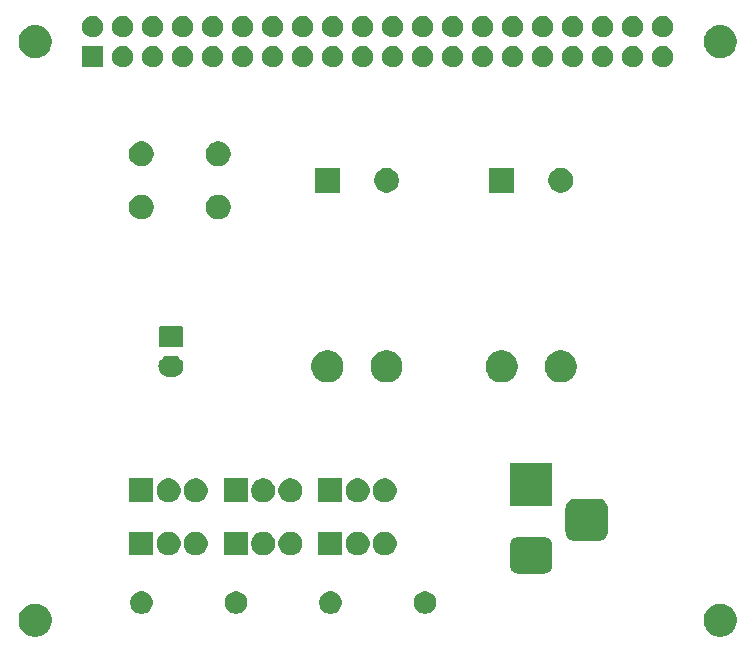
<source format=gbs>
G04 #@! TF.GenerationSoftware,KiCad,Pcbnew,(5.1.5)-3*
G04 #@! TF.CreationDate,2020-03-31T15:27:33+09:00*
G04 #@! TF.ProjectId,CAL_V_Simulation_circuit,43414c5f-565f-4536-996d-756c6174696f,rev?*
G04 #@! TF.SameCoordinates,Original*
G04 #@! TF.FileFunction,Soldermask,Bot*
G04 #@! TF.FilePolarity,Negative*
%FSLAX46Y46*%
G04 Gerber Fmt 4.6, Leading zero omitted, Abs format (unit mm)*
G04 Created by KiCad (PCBNEW (5.1.5)-3) date 2020-03-31 15:27:33*
%MOMM*%
%LPD*%
G04 APERTURE LIST*
%ADD10C,0.100000*%
G04 APERTURE END LIST*
D10*
G36*
X111818433Y-145134893D02*
G01*
X111908657Y-145152839D01*
X112014267Y-145196585D01*
X112163621Y-145258449D01*
X112191977Y-145277396D01*
X112393086Y-145411772D01*
X112588228Y-145606914D01*
X112676277Y-145738690D01*
X112741551Y-145836379D01*
X112847161Y-146091344D01*
X112901000Y-146362012D01*
X112901000Y-146637988D01*
X112847161Y-146908656D01*
X112741551Y-147163621D01*
X112741550Y-147163622D01*
X112588228Y-147393086D01*
X112393086Y-147588228D01*
X112239763Y-147690675D01*
X112163621Y-147741551D01*
X112014267Y-147803415D01*
X111908657Y-147847161D01*
X111818433Y-147865107D01*
X111637988Y-147901000D01*
X111362012Y-147901000D01*
X111181567Y-147865107D01*
X111091343Y-147847161D01*
X110985733Y-147803415D01*
X110836379Y-147741551D01*
X110760237Y-147690675D01*
X110606914Y-147588228D01*
X110411772Y-147393086D01*
X110258450Y-147163622D01*
X110258449Y-147163621D01*
X110152839Y-146908656D01*
X110099000Y-146637988D01*
X110099000Y-146362012D01*
X110152839Y-146091344D01*
X110258449Y-145836379D01*
X110323723Y-145738690D01*
X110411772Y-145606914D01*
X110606914Y-145411772D01*
X110808023Y-145277396D01*
X110836379Y-145258449D01*
X110985733Y-145196585D01*
X111091343Y-145152839D01*
X111181567Y-145134893D01*
X111362012Y-145099000D01*
X111637988Y-145099000D01*
X111818433Y-145134893D01*
G37*
G36*
X53818433Y-145134893D02*
G01*
X53908657Y-145152839D01*
X54014267Y-145196585D01*
X54163621Y-145258449D01*
X54191977Y-145277396D01*
X54393086Y-145411772D01*
X54588228Y-145606914D01*
X54676277Y-145738690D01*
X54741551Y-145836379D01*
X54847161Y-146091344D01*
X54901000Y-146362012D01*
X54901000Y-146637988D01*
X54847161Y-146908656D01*
X54741551Y-147163621D01*
X54741550Y-147163622D01*
X54588228Y-147393086D01*
X54393086Y-147588228D01*
X54239763Y-147690675D01*
X54163621Y-147741551D01*
X54014267Y-147803415D01*
X53908657Y-147847161D01*
X53818433Y-147865107D01*
X53637988Y-147901000D01*
X53362012Y-147901000D01*
X53181567Y-147865107D01*
X53091343Y-147847161D01*
X52985733Y-147803415D01*
X52836379Y-147741551D01*
X52760237Y-147690675D01*
X52606914Y-147588228D01*
X52411772Y-147393086D01*
X52258450Y-147163622D01*
X52258449Y-147163621D01*
X52152839Y-146908656D01*
X52099000Y-146637988D01*
X52099000Y-146362012D01*
X52152839Y-146091344D01*
X52258449Y-145836379D01*
X52323723Y-145738690D01*
X52411772Y-145606914D01*
X52606914Y-145411772D01*
X52808023Y-145277396D01*
X52836379Y-145258449D01*
X52985733Y-145196585D01*
X53091343Y-145152839D01*
X53181567Y-145134893D01*
X53362012Y-145099000D01*
X53637988Y-145099000D01*
X53818433Y-145134893D01*
G37*
G36*
X62777395Y-144085546D02*
G01*
X62950466Y-144157234D01*
X62950467Y-144157235D01*
X63106227Y-144261310D01*
X63238690Y-144393773D01*
X63238691Y-144393775D01*
X63342766Y-144549534D01*
X63414454Y-144722605D01*
X63451000Y-144906333D01*
X63451000Y-145093667D01*
X63414454Y-145277395D01*
X63342766Y-145450466D01*
X63342765Y-145450467D01*
X63238690Y-145606227D01*
X63106227Y-145738690D01*
X63027818Y-145791081D01*
X62950466Y-145842766D01*
X62777395Y-145914454D01*
X62593667Y-145951000D01*
X62406333Y-145951000D01*
X62222605Y-145914454D01*
X62049534Y-145842766D01*
X61972182Y-145791081D01*
X61893773Y-145738690D01*
X61761310Y-145606227D01*
X61657235Y-145450467D01*
X61657234Y-145450466D01*
X61585546Y-145277395D01*
X61549000Y-145093667D01*
X61549000Y-144906333D01*
X61585546Y-144722605D01*
X61657234Y-144549534D01*
X61761309Y-144393775D01*
X61761310Y-144393773D01*
X61893773Y-144261310D01*
X62049533Y-144157235D01*
X62049534Y-144157234D01*
X62222605Y-144085546D01*
X62406333Y-144049000D01*
X62593667Y-144049000D01*
X62777395Y-144085546D01*
G37*
G36*
X86777395Y-144085546D02*
G01*
X86950466Y-144157234D01*
X86950467Y-144157235D01*
X87106227Y-144261310D01*
X87238690Y-144393773D01*
X87238691Y-144393775D01*
X87342766Y-144549534D01*
X87414454Y-144722605D01*
X87451000Y-144906333D01*
X87451000Y-145093667D01*
X87414454Y-145277395D01*
X87342766Y-145450466D01*
X87342765Y-145450467D01*
X87238690Y-145606227D01*
X87106227Y-145738690D01*
X87027818Y-145791081D01*
X86950466Y-145842766D01*
X86777395Y-145914454D01*
X86593667Y-145951000D01*
X86406333Y-145951000D01*
X86222605Y-145914454D01*
X86049534Y-145842766D01*
X85972182Y-145791081D01*
X85893773Y-145738690D01*
X85761310Y-145606227D01*
X85657235Y-145450467D01*
X85657234Y-145450466D01*
X85585546Y-145277395D01*
X85549000Y-145093667D01*
X85549000Y-144906333D01*
X85585546Y-144722605D01*
X85657234Y-144549534D01*
X85761309Y-144393775D01*
X85761310Y-144393773D01*
X85893773Y-144261310D01*
X86049533Y-144157235D01*
X86049534Y-144157234D01*
X86222605Y-144085546D01*
X86406333Y-144049000D01*
X86593667Y-144049000D01*
X86777395Y-144085546D01*
G37*
G36*
X78777395Y-144085546D02*
G01*
X78950466Y-144157234D01*
X78950467Y-144157235D01*
X79106227Y-144261310D01*
X79238690Y-144393773D01*
X79238691Y-144393775D01*
X79342766Y-144549534D01*
X79414454Y-144722605D01*
X79451000Y-144906333D01*
X79451000Y-145093667D01*
X79414454Y-145277395D01*
X79342766Y-145450466D01*
X79342765Y-145450467D01*
X79238690Y-145606227D01*
X79106227Y-145738690D01*
X79027818Y-145791081D01*
X78950466Y-145842766D01*
X78777395Y-145914454D01*
X78593667Y-145951000D01*
X78406333Y-145951000D01*
X78222605Y-145914454D01*
X78049534Y-145842766D01*
X77972182Y-145791081D01*
X77893773Y-145738690D01*
X77761310Y-145606227D01*
X77657235Y-145450467D01*
X77657234Y-145450466D01*
X77585546Y-145277395D01*
X77549000Y-145093667D01*
X77549000Y-144906333D01*
X77585546Y-144722605D01*
X77657234Y-144549534D01*
X77761309Y-144393775D01*
X77761310Y-144393773D01*
X77893773Y-144261310D01*
X78049533Y-144157235D01*
X78049534Y-144157234D01*
X78222605Y-144085546D01*
X78406333Y-144049000D01*
X78593667Y-144049000D01*
X78777395Y-144085546D01*
G37*
G36*
X70777395Y-144085546D02*
G01*
X70950466Y-144157234D01*
X70950467Y-144157235D01*
X71106227Y-144261310D01*
X71238690Y-144393773D01*
X71238691Y-144393775D01*
X71342766Y-144549534D01*
X71414454Y-144722605D01*
X71451000Y-144906333D01*
X71451000Y-145093667D01*
X71414454Y-145277395D01*
X71342766Y-145450466D01*
X71342765Y-145450467D01*
X71238690Y-145606227D01*
X71106227Y-145738690D01*
X71027818Y-145791081D01*
X70950466Y-145842766D01*
X70777395Y-145914454D01*
X70593667Y-145951000D01*
X70406333Y-145951000D01*
X70222605Y-145914454D01*
X70049534Y-145842766D01*
X69972182Y-145791081D01*
X69893773Y-145738690D01*
X69761310Y-145606227D01*
X69657235Y-145450467D01*
X69657234Y-145450466D01*
X69585546Y-145277395D01*
X69549000Y-145093667D01*
X69549000Y-144906333D01*
X69585546Y-144722605D01*
X69657234Y-144549534D01*
X69761309Y-144393775D01*
X69761310Y-144393773D01*
X69893773Y-144261310D01*
X70049533Y-144157235D01*
X70049534Y-144157234D01*
X70222605Y-144085546D01*
X70406333Y-144049000D01*
X70593667Y-144049000D01*
X70777395Y-144085546D01*
G37*
G36*
X96726979Y-139463293D02*
G01*
X96860625Y-139503834D01*
X96983784Y-139569664D01*
X97091740Y-139658260D01*
X97180336Y-139766216D01*
X97246166Y-139889375D01*
X97286707Y-140023021D01*
X97301000Y-140168140D01*
X97301000Y-141831860D01*
X97286707Y-141976979D01*
X97246166Y-142110625D01*
X97180336Y-142233784D01*
X97091740Y-142341740D01*
X96983784Y-142430336D01*
X96860625Y-142496166D01*
X96726979Y-142536707D01*
X96581860Y-142551000D01*
X94418140Y-142551000D01*
X94273021Y-142536707D01*
X94139375Y-142496166D01*
X94016216Y-142430336D01*
X93908260Y-142341740D01*
X93819664Y-142233784D01*
X93753834Y-142110625D01*
X93713293Y-141976979D01*
X93699000Y-141831860D01*
X93699000Y-140168140D01*
X93713293Y-140023021D01*
X93753834Y-139889375D01*
X93819664Y-139766216D01*
X93908260Y-139658260D01*
X94016216Y-139569664D01*
X94139375Y-139503834D01*
X94273021Y-139463293D01*
X94418140Y-139449000D01*
X96581860Y-139449000D01*
X96726979Y-139463293D01*
G37*
G36*
X73094898Y-139027851D02*
G01*
X73278886Y-139104062D01*
X73278888Y-139104063D01*
X73444475Y-139214705D01*
X73585295Y-139355525D01*
X73695937Y-139521112D01*
X73695938Y-139521114D01*
X73772149Y-139705102D01*
X73811000Y-139900424D01*
X73811000Y-140099576D01*
X73772149Y-140294898D01*
X73695938Y-140478886D01*
X73695937Y-140478888D01*
X73585295Y-140644475D01*
X73444475Y-140785295D01*
X73278888Y-140895937D01*
X73278887Y-140895938D01*
X73278886Y-140895938D01*
X73094898Y-140972149D01*
X72899576Y-141011000D01*
X72700424Y-141011000D01*
X72505102Y-140972149D01*
X72321114Y-140895938D01*
X72321113Y-140895938D01*
X72321112Y-140895937D01*
X72155525Y-140785295D01*
X72014705Y-140644475D01*
X71904063Y-140478888D01*
X71904062Y-140478886D01*
X71827851Y-140294898D01*
X71789000Y-140099576D01*
X71789000Y-139900424D01*
X71827851Y-139705102D01*
X71904062Y-139521114D01*
X71904063Y-139521112D01*
X72014705Y-139355525D01*
X72155525Y-139214705D01*
X72321112Y-139104063D01*
X72321114Y-139104062D01*
X72505102Y-139027851D01*
X72700424Y-138989000D01*
X72899576Y-138989000D01*
X73094898Y-139027851D01*
G37*
G36*
X63511000Y-141011000D02*
G01*
X61489000Y-141011000D01*
X61489000Y-138989000D01*
X63511000Y-138989000D01*
X63511000Y-141011000D01*
G37*
G36*
X65094898Y-139027851D02*
G01*
X65278886Y-139104062D01*
X65278888Y-139104063D01*
X65444475Y-139214705D01*
X65585295Y-139355525D01*
X65695937Y-139521112D01*
X65695938Y-139521114D01*
X65772149Y-139705102D01*
X65811000Y-139900424D01*
X65811000Y-140099576D01*
X65772149Y-140294898D01*
X65695938Y-140478886D01*
X65695937Y-140478888D01*
X65585295Y-140644475D01*
X65444475Y-140785295D01*
X65278888Y-140895937D01*
X65278887Y-140895938D01*
X65278886Y-140895938D01*
X65094898Y-140972149D01*
X64899576Y-141011000D01*
X64700424Y-141011000D01*
X64505102Y-140972149D01*
X64321114Y-140895938D01*
X64321113Y-140895938D01*
X64321112Y-140895937D01*
X64155525Y-140785295D01*
X64014705Y-140644475D01*
X63904063Y-140478888D01*
X63904062Y-140478886D01*
X63827851Y-140294898D01*
X63789000Y-140099576D01*
X63789000Y-139900424D01*
X63827851Y-139705102D01*
X63904062Y-139521114D01*
X63904063Y-139521112D01*
X64014705Y-139355525D01*
X64155525Y-139214705D01*
X64321112Y-139104063D01*
X64321114Y-139104062D01*
X64505102Y-139027851D01*
X64700424Y-138989000D01*
X64899576Y-138989000D01*
X65094898Y-139027851D01*
G37*
G36*
X67394898Y-139027851D02*
G01*
X67578886Y-139104062D01*
X67578888Y-139104063D01*
X67744475Y-139214705D01*
X67885295Y-139355525D01*
X67995937Y-139521112D01*
X67995938Y-139521114D01*
X68072149Y-139705102D01*
X68111000Y-139900424D01*
X68111000Y-140099576D01*
X68072149Y-140294898D01*
X67995938Y-140478886D01*
X67995937Y-140478888D01*
X67885295Y-140644475D01*
X67744475Y-140785295D01*
X67578888Y-140895937D01*
X67578887Y-140895938D01*
X67578886Y-140895938D01*
X67394898Y-140972149D01*
X67199576Y-141011000D01*
X67000424Y-141011000D01*
X66805102Y-140972149D01*
X66621114Y-140895938D01*
X66621113Y-140895938D01*
X66621112Y-140895937D01*
X66455525Y-140785295D01*
X66314705Y-140644475D01*
X66204063Y-140478888D01*
X66204062Y-140478886D01*
X66127851Y-140294898D01*
X66089000Y-140099576D01*
X66089000Y-139900424D01*
X66127851Y-139705102D01*
X66204062Y-139521114D01*
X66204063Y-139521112D01*
X66314705Y-139355525D01*
X66455525Y-139214705D01*
X66621112Y-139104063D01*
X66621114Y-139104062D01*
X66805102Y-139027851D01*
X67000424Y-138989000D01*
X67199576Y-138989000D01*
X67394898Y-139027851D01*
G37*
G36*
X71511000Y-141011000D02*
G01*
X69489000Y-141011000D01*
X69489000Y-138989000D01*
X71511000Y-138989000D01*
X71511000Y-141011000D01*
G37*
G36*
X75394898Y-139027851D02*
G01*
X75578886Y-139104062D01*
X75578888Y-139104063D01*
X75744475Y-139214705D01*
X75885295Y-139355525D01*
X75995937Y-139521112D01*
X75995938Y-139521114D01*
X76072149Y-139705102D01*
X76111000Y-139900424D01*
X76111000Y-140099576D01*
X76072149Y-140294898D01*
X75995938Y-140478886D01*
X75995937Y-140478888D01*
X75885295Y-140644475D01*
X75744475Y-140785295D01*
X75578888Y-140895937D01*
X75578887Y-140895938D01*
X75578886Y-140895938D01*
X75394898Y-140972149D01*
X75199576Y-141011000D01*
X75000424Y-141011000D01*
X74805102Y-140972149D01*
X74621114Y-140895938D01*
X74621113Y-140895938D01*
X74621112Y-140895937D01*
X74455525Y-140785295D01*
X74314705Y-140644475D01*
X74204063Y-140478888D01*
X74204062Y-140478886D01*
X74127851Y-140294898D01*
X74089000Y-140099576D01*
X74089000Y-139900424D01*
X74127851Y-139705102D01*
X74204062Y-139521114D01*
X74204063Y-139521112D01*
X74314705Y-139355525D01*
X74455525Y-139214705D01*
X74621112Y-139104063D01*
X74621114Y-139104062D01*
X74805102Y-139027851D01*
X75000424Y-138989000D01*
X75199576Y-138989000D01*
X75394898Y-139027851D01*
G37*
G36*
X83394898Y-139027851D02*
G01*
X83578886Y-139104062D01*
X83578888Y-139104063D01*
X83744475Y-139214705D01*
X83885295Y-139355525D01*
X83995937Y-139521112D01*
X83995938Y-139521114D01*
X84072149Y-139705102D01*
X84111000Y-139900424D01*
X84111000Y-140099576D01*
X84072149Y-140294898D01*
X83995938Y-140478886D01*
X83995937Y-140478888D01*
X83885295Y-140644475D01*
X83744475Y-140785295D01*
X83578888Y-140895937D01*
X83578887Y-140895938D01*
X83578886Y-140895938D01*
X83394898Y-140972149D01*
X83199576Y-141011000D01*
X83000424Y-141011000D01*
X82805102Y-140972149D01*
X82621114Y-140895938D01*
X82621113Y-140895938D01*
X82621112Y-140895937D01*
X82455525Y-140785295D01*
X82314705Y-140644475D01*
X82204063Y-140478888D01*
X82204062Y-140478886D01*
X82127851Y-140294898D01*
X82089000Y-140099576D01*
X82089000Y-139900424D01*
X82127851Y-139705102D01*
X82204062Y-139521114D01*
X82204063Y-139521112D01*
X82314705Y-139355525D01*
X82455525Y-139214705D01*
X82621112Y-139104063D01*
X82621114Y-139104062D01*
X82805102Y-139027851D01*
X83000424Y-138989000D01*
X83199576Y-138989000D01*
X83394898Y-139027851D01*
G37*
G36*
X81094898Y-139027851D02*
G01*
X81278886Y-139104062D01*
X81278888Y-139104063D01*
X81444475Y-139214705D01*
X81585295Y-139355525D01*
X81695937Y-139521112D01*
X81695938Y-139521114D01*
X81772149Y-139705102D01*
X81811000Y-139900424D01*
X81811000Y-140099576D01*
X81772149Y-140294898D01*
X81695938Y-140478886D01*
X81695937Y-140478888D01*
X81585295Y-140644475D01*
X81444475Y-140785295D01*
X81278888Y-140895937D01*
X81278887Y-140895938D01*
X81278886Y-140895938D01*
X81094898Y-140972149D01*
X80899576Y-141011000D01*
X80700424Y-141011000D01*
X80505102Y-140972149D01*
X80321114Y-140895938D01*
X80321113Y-140895938D01*
X80321112Y-140895937D01*
X80155525Y-140785295D01*
X80014705Y-140644475D01*
X79904063Y-140478888D01*
X79904062Y-140478886D01*
X79827851Y-140294898D01*
X79789000Y-140099576D01*
X79789000Y-139900424D01*
X79827851Y-139705102D01*
X79904062Y-139521114D01*
X79904063Y-139521112D01*
X80014705Y-139355525D01*
X80155525Y-139214705D01*
X80321112Y-139104063D01*
X80321114Y-139104062D01*
X80505102Y-139027851D01*
X80700424Y-138989000D01*
X80899576Y-138989000D01*
X81094898Y-139027851D01*
G37*
G36*
X79511000Y-141011000D02*
G01*
X77489000Y-141011000D01*
X77489000Y-138989000D01*
X79511000Y-138989000D01*
X79511000Y-141011000D01*
G37*
G36*
X101326366Y-136215695D02*
G01*
X101483460Y-136263349D01*
X101628231Y-136340731D01*
X101755128Y-136444872D01*
X101859269Y-136571769D01*
X101936651Y-136716540D01*
X101984305Y-136873634D01*
X102001000Y-137043140D01*
X102001000Y-138956860D01*
X101984305Y-139126366D01*
X101936651Y-139283460D01*
X101859269Y-139428231D01*
X101755128Y-139555128D01*
X101628231Y-139659269D01*
X101483460Y-139736651D01*
X101326366Y-139784305D01*
X101156860Y-139801000D01*
X99243140Y-139801000D01*
X99073634Y-139784305D01*
X98916540Y-139736651D01*
X98771769Y-139659269D01*
X98644872Y-139555128D01*
X98540731Y-139428231D01*
X98463349Y-139283460D01*
X98415695Y-139126366D01*
X98399000Y-138956860D01*
X98399000Y-137043140D01*
X98415695Y-136873634D01*
X98463349Y-136716540D01*
X98540731Y-136571769D01*
X98644872Y-136444872D01*
X98771769Y-136340731D01*
X98916540Y-136263349D01*
X99073634Y-136215695D01*
X99243140Y-136199000D01*
X101156860Y-136199000D01*
X101326366Y-136215695D01*
G37*
G36*
X97301000Y-136801000D02*
G01*
X93699000Y-136801000D01*
X93699000Y-133199000D01*
X97301000Y-133199000D01*
X97301000Y-136801000D01*
G37*
G36*
X65094898Y-134527851D02*
G01*
X65278886Y-134604062D01*
X65278888Y-134604063D01*
X65444475Y-134714705D01*
X65585295Y-134855525D01*
X65585296Y-134855527D01*
X65695938Y-135021114D01*
X65772149Y-135205102D01*
X65811000Y-135400424D01*
X65811000Y-135599576D01*
X65772149Y-135794898D01*
X65695938Y-135978886D01*
X65695937Y-135978888D01*
X65585295Y-136144475D01*
X65444475Y-136285295D01*
X65278888Y-136395937D01*
X65278887Y-136395938D01*
X65278886Y-136395938D01*
X65094898Y-136472149D01*
X64899576Y-136511000D01*
X64700424Y-136511000D01*
X64505102Y-136472149D01*
X64321114Y-136395938D01*
X64321113Y-136395938D01*
X64321112Y-136395937D01*
X64155525Y-136285295D01*
X64014705Y-136144475D01*
X63904063Y-135978888D01*
X63904062Y-135978886D01*
X63827851Y-135794898D01*
X63789000Y-135599576D01*
X63789000Y-135400424D01*
X63827851Y-135205102D01*
X63904062Y-135021114D01*
X64014704Y-134855527D01*
X64014705Y-134855525D01*
X64155525Y-134714705D01*
X64321112Y-134604063D01*
X64321114Y-134604062D01*
X64505102Y-134527851D01*
X64700424Y-134489000D01*
X64899576Y-134489000D01*
X65094898Y-134527851D01*
G37*
G36*
X73094898Y-134527851D02*
G01*
X73278886Y-134604062D01*
X73278888Y-134604063D01*
X73444475Y-134714705D01*
X73585295Y-134855525D01*
X73585296Y-134855527D01*
X73695938Y-135021114D01*
X73772149Y-135205102D01*
X73811000Y-135400424D01*
X73811000Y-135599576D01*
X73772149Y-135794898D01*
X73695938Y-135978886D01*
X73695937Y-135978888D01*
X73585295Y-136144475D01*
X73444475Y-136285295D01*
X73278888Y-136395937D01*
X73278887Y-136395938D01*
X73278886Y-136395938D01*
X73094898Y-136472149D01*
X72899576Y-136511000D01*
X72700424Y-136511000D01*
X72505102Y-136472149D01*
X72321114Y-136395938D01*
X72321113Y-136395938D01*
X72321112Y-136395937D01*
X72155525Y-136285295D01*
X72014705Y-136144475D01*
X71904063Y-135978888D01*
X71904062Y-135978886D01*
X71827851Y-135794898D01*
X71789000Y-135599576D01*
X71789000Y-135400424D01*
X71827851Y-135205102D01*
X71904062Y-135021114D01*
X72014704Y-134855527D01*
X72014705Y-134855525D01*
X72155525Y-134714705D01*
X72321112Y-134604063D01*
X72321114Y-134604062D01*
X72505102Y-134527851D01*
X72700424Y-134489000D01*
X72899576Y-134489000D01*
X73094898Y-134527851D01*
G37*
G36*
X63511000Y-136511000D02*
G01*
X61489000Y-136511000D01*
X61489000Y-134489000D01*
X63511000Y-134489000D01*
X63511000Y-136511000D01*
G37*
G36*
X71511000Y-136511000D02*
G01*
X69489000Y-136511000D01*
X69489000Y-134489000D01*
X71511000Y-134489000D01*
X71511000Y-136511000D01*
G37*
G36*
X79511000Y-136511000D02*
G01*
X77489000Y-136511000D01*
X77489000Y-134489000D01*
X79511000Y-134489000D01*
X79511000Y-136511000D01*
G37*
G36*
X81094898Y-134527851D02*
G01*
X81278886Y-134604062D01*
X81278888Y-134604063D01*
X81444475Y-134714705D01*
X81585295Y-134855525D01*
X81585296Y-134855527D01*
X81695938Y-135021114D01*
X81772149Y-135205102D01*
X81811000Y-135400424D01*
X81811000Y-135599576D01*
X81772149Y-135794898D01*
X81695938Y-135978886D01*
X81695937Y-135978888D01*
X81585295Y-136144475D01*
X81444475Y-136285295D01*
X81278888Y-136395937D01*
X81278887Y-136395938D01*
X81278886Y-136395938D01*
X81094898Y-136472149D01*
X80899576Y-136511000D01*
X80700424Y-136511000D01*
X80505102Y-136472149D01*
X80321114Y-136395938D01*
X80321113Y-136395938D01*
X80321112Y-136395937D01*
X80155525Y-136285295D01*
X80014705Y-136144475D01*
X79904063Y-135978888D01*
X79904062Y-135978886D01*
X79827851Y-135794898D01*
X79789000Y-135599576D01*
X79789000Y-135400424D01*
X79827851Y-135205102D01*
X79904062Y-135021114D01*
X80014704Y-134855527D01*
X80014705Y-134855525D01*
X80155525Y-134714705D01*
X80321112Y-134604063D01*
X80321114Y-134604062D01*
X80505102Y-134527851D01*
X80700424Y-134489000D01*
X80899576Y-134489000D01*
X81094898Y-134527851D01*
G37*
G36*
X67394898Y-134527851D02*
G01*
X67578886Y-134604062D01*
X67578888Y-134604063D01*
X67744475Y-134714705D01*
X67885295Y-134855525D01*
X67885296Y-134855527D01*
X67995938Y-135021114D01*
X68072149Y-135205102D01*
X68111000Y-135400424D01*
X68111000Y-135599576D01*
X68072149Y-135794898D01*
X67995938Y-135978886D01*
X67995937Y-135978888D01*
X67885295Y-136144475D01*
X67744475Y-136285295D01*
X67578888Y-136395937D01*
X67578887Y-136395938D01*
X67578886Y-136395938D01*
X67394898Y-136472149D01*
X67199576Y-136511000D01*
X67000424Y-136511000D01*
X66805102Y-136472149D01*
X66621114Y-136395938D01*
X66621113Y-136395938D01*
X66621112Y-136395937D01*
X66455525Y-136285295D01*
X66314705Y-136144475D01*
X66204063Y-135978888D01*
X66204062Y-135978886D01*
X66127851Y-135794898D01*
X66089000Y-135599576D01*
X66089000Y-135400424D01*
X66127851Y-135205102D01*
X66204062Y-135021114D01*
X66314704Y-134855527D01*
X66314705Y-134855525D01*
X66455525Y-134714705D01*
X66621112Y-134604063D01*
X66621114Y-134604062D01*
X66805102Y-134527851D01*
X67000424Y-134489000D01*
X67199576Y-134489000D01*
X67394898Y-134527851D01*
G37*
G36*
X83394898Y-134527851D02*
G01*
X83578886Y-134604062D01*
X83578888Y-134604063D01*
X83744475Y-134714705D01*
X83885295Y-134855525D01*
X83885296Y-134855527D01*
X83995938Y-135021114D01*
X84072149Y-135205102D01*
X84111000Y-135400424D01*
X84111000Y-135599576D01*
X84072149Y-135794898D01*
X83995938Y-135978886D01*
X83995937Y-135978888D01*
X83885295Y-136144475D01*
X83744475Y-136285295D01*
X83578888Y-136395937D01*
X83578887Y-136395938D01*
X83578886Y-136395938D01*
X83394898Y-136472149D01*
X83199576Y-136511000D01*
X83000424Y-136511000D01*
X82805102Y-136472149D01*
X82621114Y-136395938D01*
X82621113Y-136395938D01*
X82621112Y-136395937D01*
X82455525Y-136285295D01*
X82314705Y-136144475D01*
X82204063Y-135978888D01*
X82204062Y-135978886D01*
X82127851Y-135794898D01*
X82089000Y-135599576D01*
X82089000Y-135400424D01*
X82127851Y-135205102D01*
X82204062Y-135021114D01*
X82314704Y-134855527D01*
X82314705Y-134855525D01*
X82455525Y-134714705D01*
X82621112Y-134604063D01*
X82621114Y-134604062D01*
X82805102Y-134527851D01*
X83000424Y-134489000D01*
X83199576Y-134489000D01*
X83394898Y-134527851D01*
G37*
G36*
X75394898Y-134527851D02*
G01*
X75578886Y-134604062D01*
X75578888Y-134604063D01*
X75744475Y-134714705D01*
X75885295Y-134855525D01*
X75885296Y-134855527D01*
X75995938Y-135021114D01*
X76072149Y-135205102D01*
X76111000Y-135400424D01*
X76111000Y-135599576D01*
X76072149Y-135794898D01*
X75995938Y-135978886D01*
X75995937Y-135978888D01*
X75885295Y-136144475D01*
X75744475Y-136285295D01*
X75578888Y-136395937D01*
X75578887Y-136395938D01*
X75578886Y-136395938D01*
X75394898Y-136472149D01*
X75199576Y-136511000D01*
X75000424Y-136511000D01*
X74805102Y-136472149D01*
X74621114Y-136395938D01*
X74621113Y-136395938D01*
X74621112Y-136395937D01*
X74455525Y-136285295D01*
X74314705Y-136144475D01*
X74204063Y-135978888D01*
X74204062Y-135978886D01*
X74127851Y-135794898D01*
X74089000Y-135599576D01*
X74089000Y-135400424D01*
X74127851Y-135205102D01*
X74204062Y-135021114D01*
X74314704Y-134855527D01*
X74314705Y-134855525D01*
X74455525Y-134714705D01*
X74621112Y-134604063D01*
X74621114Y-134604062D01*
X74805102Y-134527851D01*
X75000424Y-134489000D01*
X75199576Y-134489000D01*
X75394898Y-134527851D01*
G37*
G36*
X98394072Y-123700918D02*
G01*
X98639939Y-123802759D01*
X98861212Y-123950610D01*
X99049390Y-124138788D01*
X99197077Y-124359815D01*
X99197242Y-124360063D01*
X99299082Y-124605928D01*
X99351000Y-124866937D01*
X99351000Y-125133063D01*
X99299082Y-125394072D01*
X99253967Y-125502991D01*
X99197241Y-125639939D01*
X99049390Y-125861212D01*
X98861212Y-126049390D01*
X98639939Y-126197241D01*
X98639938Y-126197242D01*
X98639937Y-126197242D01*
X98394072Y-126299082D01*
X98133063Y-126351000D01*
X97866937Y-126351000D01*
X97605928Y-126299082D01*
X97360063Y-126197242D01*
X97360062Y-126197242D01*
X97360061Y-126197241D01*
X97138788Y-126049390D01*
X96950610Y-125861212D01*
X96802759Y-125639939D01*
X96746034Y-125502991D01*
X96700918Y-125394072D01*
X96649000Y-125133063D01*
X96649000Y-124866937D01*
X96700918Y-124605928D01*
X96802758Y-124360063D01*
X96802924Y-124359815D01*
X96950610Y-124138788D01*
X97138788Y-123950610D01*
X97360061Y-123802759D01*
X97605928Y-123700918D01*
X97866937Y-123649000D01*
X98133063Y-123649000D01*
X98394072Y-123700918D01*
G37*
G36*
X93394072Y-123700918D02*
G01*
X93639939Y-123802759D01*
X93861212Y-123950610D01*
X94049390Y-124138788D01*
X94197077Y-124359815D01*
X94197242Y-124360063D01*
X94299082Y-124605928D01*
X94351000Y-124866937D01*
X94351000Y-125133063D01*
X94299082Y-125394072D01*
X94253967Y-125502991D01*
X94197241Y-125639939D01*
X94049390Y-125861212D01*
X93861212Y-126049390D01*
X93639939Y-126197241D01*
X93639938Y-126197242D01*
X93639937Y-126197242D01*
X93394072Y-126299082D01*
X93133063Y-126351000D01*
X92866937Y-126351000D01*
X92605928Y-126299082D01*
X92360063Y-126197242D01*
X92360062Y-126197242D01*
X92360061Y-126197241D01*
X92138788Y-126049390D01*
X91950610Y-125861212D01*
X91802759Y-125639939D01*
X91746034Y-125502991D01*
X91700918Y-125394072D01*
X91649000Y-125133063D01*
X91649000Y-124866937D01*
X91700918Y-124605928D01*
X91802758Y-124360063D01*
X91802924Y-124359815D01*
X91950610Y-124138788D01*
X92138788Y-123950610D01*
X92360061Y-123802759D01*
X92605928Y-123700918D01*
X92866937Y-123649000D01*
X93133063Y-123649000D01*
X93394072Y-123700918D01*
G37*
G36*
X83644072Y-123700918D02*
G01*
X83889939Y-123802759D01*
X84111212Y-123950610D01*
X84299390Y-124138788D01*
X84447077Y-124359815D01*
X84447242Y-124360063D01*
X84549082Y-124605928D01*
X84601000Y-124866937D01*
X84601000Y-125133063D01*
X84549082Y-125394072D01*
X84503967Y-125502991D01*
X84447241Y-125639939D01*
X84299390Y-125861212D01*
X84111212Y-126049390D01*
X83889939Y-126197241D01*
X83889938Y-126197242D01*
X83889937Y-126197242D01*
X83644072Y-126299082D01*
X83383063Y-126351000D01*
X83116937Y-126351000D01*
X82855928Y-126299082D01*
X82610063Y-126197242D01*
X82610062Y-126197242D01*
X82610061Y-126197241D01*
X82388788Y-126049390D01*
X82200610Y-125861212D01*
X82052759Y-125639939D01*
X81996034Y-125502991D01*
X81950918Y-125394072D01*
X81899000Y-125133063D01*
X81899000Y-124866937D01*
X81950918Y-124605928D01*
X82052758Y-124360063D01*
X82052924Y-124359815D01*
X82200610Y-124138788D01*
X82388788Y-123950610D01*
X82610061Y-123802759D01*
X82855928Y-123700918D01*
X83116937Y-123649000D01*
X83383063Y-123649000D01*
X83644072Y-123700918D01*
G37*
G36*
X78644072Y-123700918D02*
G01*
X78889939Y-123802759D01*
X79111212Y-123950610D01*
X79299390Y-124138788D01*
X79447077Y-124359815D01*
X79447242Y-124360063D01*
X79549082Y-124605928D01*
X79601000Y-124866937D01*
X79601000Y-125133063D01*
X79549082Y-125394072D01*
X79503967Y-125502991D01*
X79447241Y-125639939D01*
X79299390Y-125861212D01*
X79111212Y-126049390D01*
X78889939Y-126197241D01*
X78889938Y-126197242D01*
X78889937Y-126197242D01*
X78644072Y-126299082D01*
X78383063Y-126351000D01*
X78116937Y-126351000D01*
X77855928Y-126299082D01*
X77610063Y-126197242D01*
X77610062Y-126197242D01*
X77610061Y-126197241D01*
X77388788Y-126049390D01*
X77200610Y-125861212D01*
X77052759Y-125639939D01*
X76996034Y-125502991D01*
X76950918Y-125394072D01*
X76899000Y-125133063D01*
X76899000Y-124866937D01*
X76950918Y-124605928D01*
X77052758Y-124360063D01*
X77052924Y-124359815D01*
X77200610Y-124138788D01*
X77388788Y-123950610D01*
X77610061Y-123802759D01*
X77855928Y-123700918D01*
X78116937Y-123649000D01*
X78383063Y-123649000D01*
X78644072Y-123700918D01*
G37*
G36*
X65260443Y-124105519D02*
G01*
X65326627Y-124112037D01*
X65496466Y-124163557D01*
X65652991Y-124247222D01*
X65688729Y-124276552D01*
X65790186Y-124359814D01*
X65873448Y-124461271D01*
X65902778Y-124497009D01*
X65986443Y-124653534D01*
X66037963Y-124823373D01*
X66055359Y-125000000D01*
X66037963Y-125176627D01*
X65986443Y-125346466D01*
X65902778Y-125502991D01*
X65873448Y-125538729D01*
X65790186Y-125640186D01*
X65688729Y-125723448D01*
X65652991Y-125752778D01*
X65496466Y-125836443D01*
X65326627Y-125887963D01*
X65260443Y-125894481D01*
X65194260Y-125901000D01*
X64805740Y-125901000D01*
X64739557Y-125894481D01*
X64673373Y-125887963D01*
X64503534Y-125836443D01*
X64347009Y-125752778D01*
X64311271Y-125723448D01*
X64209814Y-125640186D01*
X64126552Y-125538729D01*
X64097222Y-125502991D01*
X64013557Y-125346466D01*
X63962037Y-125176627D01*
X63944641Y-125000000D01*
X63962037Y-124823373D01*
X64013557Y-124653534D01*
X64097222Y-124497009D01*
X64126552Y-124461271D01*
X64209814Y-124359814D01*
X64311271Y-124276552D01*
X64347009Y-124247222D01*
X64503534Y-124163557D01*
X64673373Y-124112037D01*
X64739557Y-124105519D01*
X64805740Y-124099000D01*
X65194260Y-124099000D01*
X65260443Y-124105519D01*
G37*
G36*
X65908600Y-121602989D02*
G01*
X65941652Y-121613015D01*
X65972103Y-121629292D01*
X65998799Y-121651201D01*
X66020708Y-121677897D01*
X66036985Y-121708348D01*
X66047011Y-121741400D01*
X66051000Y-121781903D01*
X66051000Y-123218097D01*
X66047011Y-123258600D01*
X66036985Y-123291652D01*
X66020708Y-123322103D01*
X65998799Y-123348799D01*
X65972103Y-123370708D01*
X65941652Y-123386985D01*
X65908600Y-123397011D01*
X65868097Y-123401000D01*
X64131903Y-123401000D01*
X64091400Y-123397011D01*
X64058348Y-123386985D01*
X64027897Y-123370708D01*
X64001201Y-123348799D01*
X63979292Y-123322103D01*
X63963015Y-123291652D01*
X63952989Y-123258600D01*
X63949000Y-123218097D01*
X63949000Y-121781903D01*
X63952989Y-121741400D01*
X63963015Y-121708348D01*
X63979292Y-121677897D01*
X64001201Y-121651201D01*
X64027897Y-121629292D01*
X64058348Y-121613015D01*
X64091400Y-121602989D01*
X64131903Y-121599000D01*
X65868097Y-121599000D01*
X65908600Y-121602989D01*
G37*
G36*
X69306564Y-110489389D02*
G01*
X69497833Y-110568615D01*
X69497835Y-110568616D01*
X69669973Y-110683635D01*
X69816365Y-110830027D01*
X69931385Y-111002167D01*
X70010611Y-111193436D01*
X70051000Y-111396484D01*
X70051000Y-111603516D01*
X70010611Y-111806564D01*
X69931385Y-111997833D01*
X69931384Y-111997835D01*
X69816365Y-112169973D01*
X69669973Y-112316365D01*
X69497835Y-112431384D01*
X69497834Y-112431385D01*
X69497833Y-112431385D01*
X69306564Y-112510611D01*
X69103516Y-112551000D01*
X68896484Y-112551000D01*
X68693436Y-112510611D01*
X68502167Y-112431385D01*
X68502166Y-112431385D01*
X68502165Y-112431384D01*
X68330027Y-112316365D01*
X68183635Y-112169973D01*
X68068616Y-111997835D01*
X68068615Y-111997833D01*
X67989389Y-111806564D01*
X67949000Y-111603516D01*
X67949000Y-111396484D01*
X67989389Y-111193436D01*
X68068615Y-111002167D01*
X68183635Y-110830027D01*
X68330027Y-110683635D01*
X68502165Y-110568616D01*
X68502167Y-110568615D01*
X68693436Y-110489389D01*
X68896484Y-110449000D01*
X69103516Y-110449000D01*
X69306564Y-110489389D01*
G37*
G36*
X62806564Y-110489389D02*
G01*
X62997833Y-110568615D01*
X62997835Y-110568616D01*
X63169973Y-110683635D01*
X63316365Y-110830027D01*
X63431385Y-111002167D01*
X63510611Y-111193436D01*
X63551000Y-111396484D01*
X63551000Y-111603516D01*
X63510611Y-111806564D01*
X63431385Y-111997833D01*
X63431384Y-111997835D01*
X63316365Y-112169973D01*
X63169973Y-112316365D01*
X62997835Y-112431384D01*
X62997834Y-112431385D01*
X62997833Y-112431385D01*
X62806564Y-112510611D01*
X62603516Y-112551000D01*
X62396484Y-112551000D01*
X62193436Y-112510611D01*
X62002167Y-112431385D01*
X62002166Y-112431385D01*
X62002165Y-112431384D01*
X61830027Y-112316365D01*
X61683635Y-112169973D01*
X61568616Y-111997835D01*
X61568615Y-111997833D01*
X61489389Y-111806564D01*
X61449000Y-111603516D01*
X61449000Y-111396484D01*
X61489389Y-111193436D01*
X61568615Y-111002167D01*
X61683635Y-110830027D01*
X61830027Y-110683635D01*
X62002165Y-110568616D01*
X62002167Y-110568615D01*
X62193436Y-110489389D01*
X62396484Y-110449000D01*
X62603516Y-110449000D01*
X62806564Y-110489389D01*
G37*
G36*
X83556564Y-108239389D02*
G01*
X83747833Y-108318615D01*
X83747835Y-108318616D01*
X83919973Y-108433635D01*
X84066365Y-108580027D01*
X84181385Y-108752167D01*
X84260611Y-108943436D01*
X84301000Y-109146484D01*
X84301000Y-109353516D01*
X84260611Y-109556564D01*
X84181385Y-109747833D01*
X84181384Y-109747835D01*
X84066365Y-109919973D01*
X83919973Y-110066365D01*
X83747835Y-110181384D01*
X83747834Y-110181385D01*
X83747833Y-110181385D01*
X83556564Y-110260611D01*
X83353516Y-110301000D01*
X83146484Y-110301000D01*
X82943436Y-110260611D01*
X82752167Y-110181385D01*
X82752166Y-110181385D01*
X82752165Y-110181384D01*
X82580027Y-110066365D01*
X82433635Y-109919973D01*
X82318616Y-109747835D01*
X82318615Y-109747833D01*
X82239389Y-109556564D01*
X82199000Y-109353516D01*
X82199000Y-109146484D01*
X82239389Y-108943436D01*
X82318615Y-108752167D01*
X82433635Y-108580027D01*
X82580027Y-108433635D01*
X82752165Y-108318616D01*
X82752167Y-108318615D01*
X82943436Y-108239389D01*
X83146484Y-108199000D01*
X83353516Y-108199000D01*
X83556564Y-108239389D01*
G37*
G36*
X94051000Y-110301000D02*
G01*
X91949000Y-110301000D01*
X91949000Y-108199000D01*
X94051000Y-108199000D01*
X94051000Y-110301000D01*
G37*
G36*
X79301000Y-110301000D02*
G01*
X77199000Y-110301000D01*
X77199000Y-108199000D01*
X79301000Y-108199000D01*
X79301000Y-110301000D01*
G37*
G36*
X98306564Y-108239389D02*
G01*
X98497833Y-108318615D01*
X98497835Y-108318616D01*
X98669973Y-108433635D01*
X98816365Y-108580027D01*
X98931385Y-108752167D01*
X99010611Y-108943436D01*
X99051000Y-109146484D01*
X99051000Y-109353516D01*
X99010611Y-109556564D01*
X98931385Y-109747833D01*
X98931384Y-109747835D01*
X98816365Y-109919973D01*
X98669973Y-110066365D01*
X98497835Y-110181384D01*
X98497834Y-110181385D01*
X98497833Y-110181385D01*
X98306564Y-110260611D01*
X98103516Y-110301000D01*
X97896484Y-110301000D01*
X97693436Y-110260611D01*
X97502167Y-110181385D01*
X97502166Y-110181385D01*
X97502165Y-110181384D01*
X97330027Y-110066365D01*
X97183635Y-109919973D01*
X97068616Y-109747835D01*
X97068615Y-109747833D01*
X96989389Y-109556564D01*
X96949000Y-109353516D01*
X96949000Y-109146484D01*
X96989389Y-108943436D01*
X97068615Y-108752167D01*
X97183635Y-108580027D01*
X97330027Y-108433635D01*
X97502165Y-108318616D01*
X97502167Y-108318615D01*
X97693436Y-108239389D01*
X97896484Y-108199000D01*
X98103516Y-108199000D01*
X98306564Y-108239389D01*
G37*
G36*
X62806564Y-105989389D02*
G01*
X62997833Y-106068615D01*
X62997835Y-106068616D01*
X63169973Y-106183635D01*
X63316365Y-106330027D01*
X63431385Y-106502167D01*
X63510611Y-106693436D01*
X63551000Y-106896484D01*
X63551000Y-107103516D01*
X63510611Y-107306564D01*
X63431385Y-107497833D01*
X63431384Y-107497835D01*
X63316365Y-107669973D01*
X63169973Y-107816365D01*
X62997835Y-107931384D01*
X62997834Y-107931385D01*
X62997833Y-107931385D01*
X62806564Y-108010611D01*
X62603516Y-108051000D01*
X62396484Y-108051000D01*
X62193436Y-108010611D01*
X62002167Y-107931385D01*
X62002166Y-107931385D01*
X62002165Y-107931384D01*
X61830027Y-107816365D01*
X61683635Y-107669973D01*
X61568616Y-107497835D01*
X61568615Y-107497833D01*
X61489389Y-107306564D01*
X61449000Y-107103516D01*
X61449000Y-106896484D01*
X61489389Y-106693436D01*
X61568615Y-106502167D01*
X61683635Y-106330027D01*
X61830027Y-106183635D01*
X62002165Y-106068616D01*
X62002167Y-106068615D01*
X62193436Y-105989389D01*
X62396484Y-105949000D01*
X62603516Y-105949000D01*
X62806564Y-105989389D01*
G37*
G36*
X69306564Y-105989389D02*
G01*
X69497833Y-106068615D01*
X69497835Y-106068616D01*
X69669973Y-106183635D01*
X69816365Y-106330027D01*
X69931385Y-106502167D01*
X70010611Y-106693436D01*
X70051000Y-106896484D01*
X70051000Y-107103516D01*
X70010611Y-107306564D01*
X69931385Y-107497833D01*
X69931384Y-107497835D01*
X69816365Y-107669973D01*
X69669973Y-107816365D01*
X69497835Y-107931384D01*
X69497834Y-107931385D01*
X69497833Y-107931385D01*
X69306564Y-108010611D01*
X69103516Y-108051000D01*
X68896484Y-108051000D01*
X68693436Y-108010611D01*
X68502167Y-107931385D01*
X68502166Y-107931385D01*
X68502165Y-107931384D01*
X68330027Y-107816365D01*
X68183635Y-107669973D01*
X68068616Y-107497835D01*
X68068615Y-107497833D01*
X67989389Y-107306564D01*
X67949000Y-107103516D01*
X67949000Y-106896484D01*
X67989389Y-106693436D01*
X68068615Y-106502167D01*
X68183635Y-106330027D01*
X68330027Y-106183635D01*
X68502165Y-106068616D01*
X68502167Y-106068615D01*
X68693436Y-105989389D01*
X68896484Y-105949000D01*
X69103516Y-105949000D01*
X69306564Y-105989389D01*
G37*
G36*
X104203512Y-97873927D02*
G01*
X104352812Y-97903624D01*
X104516784Y-97971544D01*
X104664354Y-98070147D01*
X104789853Y-98195646D01*
X104888456Y-98343216D01*
X104956376Y-98507188D01*
X104991000Y-98681259D01*
X104991000Y-98858741D01*
X104956376Y-99032812D01*
X104888456Y-99196784D01*
X104789853Y-99344354D01*
X104664354Y-99469853D01*
X104516784Y-99568456D01*
X104352812Y-99636376D01*
X104203512Y-99666073D01*
X104178742Y-99671000D01*
X104001258Y-99671000D01*
X103976488Y-99666073D01*
X103827188Y-99636376D01*
X103663216Y-99568456D01*
X103515646Y-99469853D01*
X103390147Y-99344354D01*
X103291544Y-99196784D01*
X103223624Y-99032812D01*
X103189000Y-98858741D01*
X103189000Y-98681259D01*
X103223624Y-98507188D01*
X103291544Y-98343216D01*
X103390147Y-98195646D01*
X103515646Y-98070147D01*
X103663216Y-97971544D01*
X103827188Y-97903624D01*
X103976488Y-97873927D01*
X104001258Y-97869000D01*
X104178742Y-97869000D01*
X104203512Y-97873927D01*
G37*
G36*
X63563512Y-97873927D02*
G01*
X63712812Y-97903624D01*
X63876784Y-97971544D01*
X64024354Y-98070147D01*
X64149853Y-98195646D01*
X64248456Y-98343216D01*
X64316376Y-98507188D01*
X64351000Y-98681259D01*
X64351000Y-98858741D01*
X64316376Y-99032812D01*
X64248456Y-99196784D01*
X64149853Y-99344354D01*
X64024354Y-99469853D01*
X63876784Y-99568456D01*
X63712812Y-99636376D01*
X63563512Y-99666073D01*
X63538742Y-99671000D01*
X63361258Y-99671000D01*
X63336488Y-99666073D01*
X63187188Y-99636376D01*
X63023216Y-99568456D01*
X62875646Y-99469853D01*
X62750147Y-99344354D01*
X62651544Y-99196784D01*
X62583624Y-99032812D01*
X62549000Y-98858741D01*
X62549000Y-98681259D01*
X62583624Y-98507188D01*
X62651544Y-98343216D01*
X62750147Y-98195646D01*
X62875646Y-98070147D01*
X63023216Y-97971544D01*
X63187188Y-97903624D01*
X63336488Y-97873927D01*
X63361258Y-97869000D01*
X63538742Y-97869000D01*
X63563512Y-97873927D01*
G37*
G36*
X66103512Y-97873927D02*
G01*
X66252812Y-97903624D01*
X66416784Y-97971544D01*
X66564354Y-98070147D01*
X66689853Y-98195646D01*
X66788456Y-98343216D01*
X66856376Y-98507188D01*
X66891000Y-98681259D01*
X66891000Y-98858741D01*
X66856376Y-99032812D01*
X66788456Y-99196784D01*
X66689853Y-99344354D01*
X66564354Y-99469853D01*
X66416784Y-99568456D01*
X66252812Y-99636376D01*
X66103512Y-99666073D01*
X66078742Y-99671000D01*
X65901258Y-99671000D01*
X65876488Y-99666073D01*
X65727188Y-99636376D01*
X65563216Y-99568456D01*
X65415646Y-99469853D01*
X65290147Y-99344354D01*
X65191544Y-99196784D01*
X65123624Y-99032812D01*
X65089000Y-98858741D01*
X65089000Y-98681259D01*
X65123624Y-98507188D01*
X65191544Y-98343216D01*
X65290147Y-98195646D01*
X65415646Y-98070147D01*
X65563216Y-97971544D01*
X65727188Y-97903624D01*
X65876488Y-97873927D01*
X65901258Y-97869000D01*
X66078742Y-97869000D01*
X66103512Y-97873927D01*
G37*
G36*
X68643512Y-97873927D02*
G01*
X68792812Y-97903624D01*
X68956784Y-97971544D01*
X69104354Y-98070147D01*
X69229853Y-98195646D01*
X69328456Y-98343216D01*
X69396376Y-98507188D01*
X69431000Y-98681259D01*
X69431000Y-98858741D01*
X69396376Y-99032812D01*
X69328456Y-99196784D01*
X69229853Y-99344354D01*
X69104354Y-99469853D01*
X68956784Y-99568456D01*
X68792812Y-99636376D01*
X68643512Y-99666073D01*
X68618742Y-99671000D01*
X68441258Y-99671000D01*
X68416488Y-99666073D01*
X68267188Y-99636376D01*
X68103216Y-99568456D01*
X67955646Y-99469853D01*
X67830147Y-99344354D01*
X67731544Y-99196784D01*
X67663624Y-99032812D01*
X67629000Y-98858741D01*
X67629000Y-98681259D01*
X67663624Y-98507188D01*
X67731544Y-98343216D01*
X67830147Y-98195646D01*
X67955646Y-98070147D01*
X68103216Y-97971544D01*
X68267188Y-97903624D01*
X68416488Y-97873927D01*
X68441258Y-97869000D01*
X68618742Y-97869000D01*
X68643512Y-97873927D01*
G37*
G36*
X71183512Y-97873927D02*
G01*
X71332812Y-97903624D01*
X71496784Y-97971544D01*
X71644354Y-98070147D01*
X71769853Y-98195646D01*
X71868456Y-98343216D01*
X71936376Y-98507188D01*
X71971000Y-98681259D01*
X71971000Y-98858741D01*
X71936376Y-99032812D01*
X71868456Y-99196784D01*
X71769853Y-99344354D01*
X71644354Y-99469853D01*
X71496784Y-99568456D01*
X71332812Y-99636376D01*
X71183512Y-99666073D01*
X71158742Y-99671000D01*
X70981258Y-99671000D01*
X70956488Y-99666073D01*
X70807188Y-99636376D01*
X70643216Y-99568456D01*
X70495646Y-99469853D01*
X70370147Y-99344354D01*
X70271544Y-99196784D01*
X70203624Y-99032812D01*
X70169000Y-98858741D01*
X70169000Y-98681259D01*
X70203624Y-98507188D01*
X70271544Y-98343216D01*
X70370147Y-98195646D01*
X70495646Y-98070147D01*
X70643216Y-97971544D01*
X70807188Y-97903624D01*
X70956488Y-97873927D01*
X70981258Y-97869000D01*
X71158742Y-97869000D01*
X71183512Y-97873927D01*
G37*
G36*
X73723512Y-97873927D02*
G01*
X73872812Y-97903624D01*
X74036784Y-97971544D01*
X74184354Y-98070147D01*
X74309853Y-98195646D01*
X74408456Y-98343216D01*
X74476376Y-98507188D01*
X74511000Y-98681259D01*
X74511000Y-98858741D01*
X74476376Y-99032812D01*
X74408456Y-99196784D01*
X74309853Y-99344354D01*
X74184354Y-99469853D01*
X74036784Y-99568456D01*
X73872812Y-99636376D01*
X73723512Y-99666073D01*
X73698742Y-99671000D01*
X73521258Y-99671000D01*
X73496488Y-99666073D01*
X73347188Y-99636376D01*
X73183216Y-99568456D01*
X73035646Y-99469853D01*
X72910147Y-99344354D01*
X72811544Y-99196784D01*
X72743624Y-99032812D01*
X72709000Y-98858741D01*
X72709000Y-98681259D01*
X72743624Y-98507188D01*
X72811544Y-98343216D01*
X72910147Y-98195646D01*
X73035646Y-98070147D01*
X73183216Y-97971544D01*
X73347188Y-97903624D01*
X73496488Y-97873927D01*
X73521258Y-97869000D01*
X73698742Y-97869000D01*
X73723512Y-97873927D01*
G37*
G36*
X76263512Y-97873927D02*
G01*
X76412812Y-97903624D01*
X76576784Y-97971544D01*
X76724354Y-98070147D01*
X76849853Y-98195646D01*
X76948456Y-98343216D01*
X77016376Y-98507188D01*
X77051000Y-98681259D01*
X77051000Y-98858741D01*
X77016376Y-99032812D01*
X76948456Y-99196784D01*
X76849853Y-99344354D01*
X76724354Y-99469853D01*
X76576784Y-99568456D01*
X76412812Y-99636376D01*
X76263512Y-99666073D01*
X76238742Y-99671000D01*
X76061258Y-99671000D01*
X76036488Y-99666073D01*
X75887188Y-99636376D01*
X75723216Y-99568456D01*
X75575646Y-99469853D01*
X75450147Y-99344354D01*
X75351544Y-99196784D01*
X75283624Y-99032812D01*
X75249000Y-98858741D01*
X75249000Y-98681259D01*
X75283624Y-98507188D01*
X75351544Y-98343216D01*
X75450147Y-98195646D01*
X75575646Y-98070147D01*
X75723216Y-97971544D01*
X75887188Y-97903624D01*
X76036488Y-97873927D01*
X76061258Y-97869000D01*
X76238742Y-97869000D01*
X76263512Y-97873927D01*
G37*
G36*
X78803512Y-97873927D02*
G01*
X78952812Y-97903624D01*
X79116784Y-97971544D01*
X79264354Y-98070147D01*
X79389853Y-98195646D01*
X79488456Y-98343216D01*
X79556376Y-98507188D01*
X79591000Y-98681259D01*
X79591000Y-98858741D01*
X79556376Y-99032812D01*
X79488456Y-99196784D01*
X79389853Y-99344354D01*
X79264354Y-99469853D01*
X79116784Y-99568456D01*
X78952812Y-99636376D01*
X78803512Y-99666073D01*
X78778742Y-99671000D01*
X78601258Y-99671000D01*
X78576488Y-99666073D01*
X78427188Y-99636376D01*
X78263216Y-99568456D01*
X78115646Y-99469853D01*
X77990147Y-99344354D01*
X77891544Y-99196784D01*
X77823624Y-99032812D01*
X77789000Y-98858741D01*
X77789000Y-98681259D01*
X77823624Y-98507188D01*
X77891544Y-98343216D01*
X77990147Y-98195646D01*
X78115646Y-98070147D01*
X78263216Y-97971544D01*
X78427188Y-97903624D01*
X78576488Y-97873927D01*
X78601258Y-97869000D01*
X78778742Y-97869000D01*
X78803512Y-97873927D01*
G37*
G36*
X81343512Y-97873927D02*
G01*
X81492812Y-97903624D01*
X81656784Y-97971544D01*
X81804354Y-98070147D01*
X81929853Y-98195646D01*
X82028456Y-98343216D01*
X82096376Y-98507188D01*
X82131000Y-98681259D01*
X82131000Y-98858741D01*
X82096376Y-99032812D01*
X82028456Y-99196784D01*
X81929853Y-99344354D01*
X81804354Y-99469853D01*
X81656784Y-99568456D01*
X81492812Y-99636376D01*
X81343512Y-99666073D01*
X81318742Y-99671000D01*
X81141258Y-99671000D01*
X81116488Y-99666073D01*
X80967188Y-99636376D01*
X80803216Y-99568456D01*
X80655646Y-99469853D01*
X80530147Y-99344354D01*
X80431544Y-99196784D01*
X80363624Y-99032812D01*
X80329000Y-98858741D01*
X80329000Y-98681259D01*
X80363624Y-98507188D01*
X80431544Y-98343216D01*
X80530147Y-98195646D01*
X80655646Y-98070147D01*
X80803216Y-97971544D01*
X80967188Y-97903624D01*
X81116488Y-97873927D01*
X81141258Y-97869000D01*
X81318742Y-97869000D01*
X81343512Y-97873927D01*
G37*
G36*
X59271000Y-99671000D02*
G01*
X57469000Y-99671000D01*
X57469000Y-97869000D01*
X59271000Y-97869000D01*
X59271000Y-99671000D01*
G37*
G36*
X88963512Y-97873927D02*
G01*
X89112812Y-97903624D01*
X89276784Y-97971544D01*
X89424354Y-98070147D01*
X89549853Y-98195646D01*
X89648456Y-98343216D01*
X89716376Y-98507188D01*
X89751000Y-98681259D01*
X89751000Y-98858741D01*
X89716376Y-99032812D01*
X89648456Y-99196784D01*
X89549853Y-99344354D01*
X89424354Y-99469853D01*
X89276784Y-99568456D01*
X89112812Y-99636376D01*
X88963512Y-99666073D01*
X88938742Y-99671000D01*
X88761258Y-99671000D01*
X88736488Y-99666073D01*
X88587188Y-99636376D01*
X88423216Y-99568456D01*
X88275646Y-99469853D01*
X88150147Y-99344354D01*
X88051544Y-99196784D01*
X87983624Y-99032812D01*
X87949000Y-98858741D01*
X87949000Y-98681259D01*
X87983624Y-98507188D01*
X88051544Y-98343216D01*
X88150147Y-98195646D01*
X88275646Y-98070147D01*
X88423216Y-97971544D01*
X88587188Y-97903624D01*
X88736488Y-97873927D01*
X88761258Y-97869000D01*
X88938742Y-97869000D01*
X88963512Y-97873927D01*
G37*
G36*
X91503512Y-97873927D02*
G01*
X91652812Y-97903624D01*
X91816784Y-97971544D01*
X91964354Y-98070147D01*
X92089853Y-98195646D01*
X92188456Y-98343216D01*
X92256376Y-98507188D01*
X92291000Y-98681259D01*
X92291000Y-98858741D01*
X92256376Y-99032812D01*
X92188456Y-99196784D01*
X92089853Y-99344354D01*
X91964354Y-99469853D01*
X91816784Y-99568456D01*
X91652812Y-99636376D01*
X91503512Y-99666073D01*
X91478742Y-99671000D01*
X91301258Y-99671000D01*
X91276488Y-99666073D01*
X91127188Y-99636376D01*
X90963216Y-99568456D01*
X90815646Y-99469853D01*
X90690147Y-99344354D01*
X90591544Y-99196784D01*
X90523624Y-99032812D01*
X90489000Y-98858741D01*
X90489000Y-98681259D01*
X90523624Y-98507188D01*
X90591544Y-98343216D01*
X90690147Y-98195646D01*
X90815646Y-98070147D01*
X90963216Y-97971544D01*
X91127188Y-97903624D01*
X91276488Y-97873927D01*
X91301258Y-97869000D01*
X91478742Y-97869000D01*
X91503512Y-97873927D01*
G37*
G36*
X94043512Y-97873927D02*
G01*
X94192812Y-97903624D01*
X94356784Y-97971544D01*
X94504354Y-98070147D01*
X94629853Y-98195646D01*
X94728456Y-98343216D01*
X94796376Y-98507188D01*
X94831000Y-98681259D01*
X94831000Y-98858741D01*
X94796376Y-99032812D01*
X94728456Y-99196784D01*
X94629853Y-99344354D01*
X94504354Y-99469853D01*
X94356784Y-99568456D01*
X94192812Y-99636376D01*
X94043512Y-99666073D01*
X94018742Y-99671000D01*
X93841258Y-99671000D01*
X93816488Y-99666073D01*
X93667188Y-99636376D01*
X93503216Y-99568456D01*
X93355646Y-99469853D01*
X93230147Y-99344354D01*
X93131544Y-99196784D01*
X93063624Y-99032812D01*
X93029000Y-98858741D01*
X93029000Y-98681259D01*
X93063624Y-98507188D01*
X93131544Y-98343216D01*
X93230147Y-98195646D01*
X93355646Y-98070147D01*
X93503216Y-97971544D01*
X93667188Y-97903624D01*
X93816488Y-97873927D01*
X93841258Y-97869000D01*
X94018742Y-97869000D01*
X94043512Y-97873927D01*
G37*
G36*
X96583512Y-97873927D02*
G01*
X96732812Y-97903624D01*
X96896784Y-97971544D01*
X97044354Y-98070147D01*
X97169853Y-98195646D01*
X97268456Y-98343216D01*
X97336376Y-98507188D01*
X97371000Y-98681259D01*
X97371000Y-98858741D01*
X97336376Y-99032812D01*
X97268456Y-99196784D01*
X97169853Y-99344354D01*
X97044354Y-99469853D01*
X96896784Y-99568456D01*
X96732812Y-99636376D01*
X96583512Y-99666073D01*
X96558742Y-99671000D01*
X96381258Y-99671000D01*
X96356488Y-99666073D01*
X96207188Y-99636376D01*
X96043216Y-99568456D01*
X95895646Y-99469853D01*
X95770147Y-99344354D01*
X95671544Y-99196784D01*
X95603624Y-99032812D01*
X95569000Y-98858741D01*
X95569000Y-98681259D01*
X95603624Y-98507188D01*
X95671544Y-98343216D01*
X95770147Y-98195646D01*
X95895646Y-98070147D01*
X96043216Y-97971544D01*
X96207188Y-97903624D01*
X96356488Y-97873927D01*
X96381258Y-97869000D01*
X96558742Y-97869000D01*
X96583512Y-97873927D01*
G37*
G36*
X99123512Y-97873927D02*
G01*
X99272812Y-97903624D01*
X99436784Y-97971544D01*
X99584354Y-98070147D01*
X99709853Y-98195646D01*
X99808456Y-98343216D01*
X99876376Y-98507188D01*
X99911000Y-98681259D01*
X99911000Y-98858741D01*
X99876376Y-99032812D01*
X99808456Y-99196784D01*
X99709853Y-99344354D01*
X99584354Y-99469853D01*
X99436784Y-99568456D01*
X99272812Y-99636376D01*
X99123512Y-99666073D01*
X99098742Y-99671000D01*
X98921258Y-99671000D01*
X98896488Y-99666073D01*
X98747188Y-99636376D01*
X98583216Y-99568456D01*
X98435646Y-99469853D01*
X98310147Y-99344354D01*
X98211544Y-99196784D01*
X98143624Y-99032812D01*
X98109000Y-98858741D01*
X98109000Y-98681259D01*
X98143624Y-98507188D01*
X98211544Y-98343216D01*
X98310147Y-98195646D01*
X98435646Y-98070147D01*
X98583216Y-97971544D01*
X98747188Y-97903624D01*
X98896488Y-97873927D01*
X98921258Y-97869000D01*
X99098742Y-97869000D01*
X99123512Y-97873927D01*
G37*
G36*
X101663512Y-97873927D02*
G01*
X101812812Y-97903624D01*
X101976784Y-97971544D01*
X102124354Y-98070147D01*
X102249853Y-98195646D01*
X102348456Y-98343216D01*
X102416376Y-98507188D01*
X102451000Y-98681259D01*
X102451000Y-98858741D01*
X102416376Y-99032812D01*
X102348456Y-99196784D01*
X102249853Y-99344354D01*
X102124354Y-99469853D01*
X101976784Y-99568456D01*
X101812812Y-99636376D01*
X101663512Y-99666073D01*
X101638742Y-99671000D01*
X101461258Y-99671000D01*
X101436488Y-99666073D01*
X101287188Y-99636376D01*
X101123216Y-99568456D01*
X100975646Y-99469853D01*
X100850147Y-99344354D01*
X100751544Y-99196784D01*
X100683624Y-99032812D01*
X100649000Y-98858741D01*
X100649000Y-98681259D01*
X100683624Y-98507188D01*
X100751544Y-98343216D01*
X100850147Y-98195646D01*
X100975646Y-98070147D01*
X101123216Y-97971544D01*
X101287188Y-97903624D01*
X101436488Y-97873927D01*
X101461258Y-97869000D01*
X101638742Y-97869000D01*
X101663512Y-97873927D01*
G37*
G36*
X83883512Y-97873927D02*
G01*
X84032812Y-97903624D01*
X84196784Y-97971544D01*
X84344354Y-98070147D01*
X84469853Y-98195646D01*
X84568456Y-98343216D01*
X84636376Y-98507188D01*
X84671000Y-98681259D01*
X84671000Y-98858741D01*
X84636376Y-99032812D01*
X84568456Y-99196784D01*
X84469853Y-99344354D01*
X84344354Y-99469853D01*
X84196784Y-99568456D01*
X84032812Y-99636376D01*
X83883512Y-99666073D01*
X83858742Y-99671000D01*
X83681258Y-99671000D01*
X83656488Y-99666073D01*
X83507188Y-99636376D01*
X83343216Y-99568456D01*
X83195646Y-99469853D01*
X83070147Y-99344354D01*
X82971544Y-99196784D01*
X82903624Y-99032812D01*
X82869000Y-98858741D01*
X82869000Y-98681259D01*
X82903624Y-98507188D01*
X82971544Y-98343216D01*
X83070147Y-98195646D01*
X83195646Y-98070147D01*
X83343216Y-97971544D01*
X83507188Y-97903624D01*
X83656488Y-97873927D01*
X83681258Y-97869000D01*
X83858742Y-97869000D01*
X83883512Y-97873927D01*
G37*
G36*
X61023512Y-97873927D02*
G01*
X61172812Y-97903624D01*
X61336784Y-97971544D01*
X61484354Y-98070147D01*
X61609853Y-98195646D01*
X61708456Y-98343216D01*
X61776376Y-98507188D01*
X61811000Y-98681259D01*
X61811000Y-98858741D01*
X61776376Y-99032812D01*
X61708456Y-99196784D01*
X61609853Y-99344354D01*
X61484354Y-99469853D01*
X61336784Y-99568456D01*
X61172812Y-99636376D01*
X61023512Y-99666073D01*
X60998742Y-99671000D01*
X60821258Y-99671000D01*
X60796488Y-99666073D01*
X60647188Y-99636376D01*
X60483216Y-99568456D01*
X60335646Y-99469853D01*
X60210147Y-99344354D01*
X60111544Y-99196784D01*
X60043624Y-99032812D01*
X60009000Y-98858741D01*
X60009000Y-98681259D01*
X60043624Y-98507188D01*
X60111544Y-98343216D01*
X60210147Y-98195646D01*
X60335646Y-98070147D01*
X60483216Y-97971544D01*
X60647188Y-97903624D01*
X60796488Y-97873927D01*
X60821258Y-97869000D01*
X60998742Y-97869000D01*
X61023512Y-97873927D01*
G37*
G36*
X106743512Y-97873927D02*
G01*
X106892812Y-97903624D01*
X107056784Y-97971544D01*
X107204354Y-98070147D01*
X107329853Y-98195646D01*
X107428456Y-98343216D01*
X107496376Y-98507188D01*
X107531000Y-98681259D01*
X107531000Y-98858741D01*
X107496376Y-99032812D01*
X107428456Y-99196784D01*
X107329853Y-99344354D01*
X107204354Y-99469853D01*
X107056784Y-99568456D01*
X106892812Y-99636376D01*
X106743512Y-99666073D01*
X106718742Y-99671000D01*
X106541258Y-99671000D01*
X106516488Y-99666073D01*
X106367188Y-99636376D01*
X106203216Y-99568456D01*
X106055646Y-99469853D01*
X105930147Y-99344354D01*
X105831544Y-99196784D01*
X105763624Y-99032812D01*
X105729000Y-98858741D01*
X105729000Y-98681259D01*
X105763624Y-98507188D01*
X105831544Y-98343216D01*
X105930147Y-98195646D01*
X106055646Y-98070147D01*
X106203216Y-97971544D01*
X106367188Y-97903624D01*
X106516488Y-97873927D01*
X106541258Y-97869000D01*
X106718742Y-97869000D01*
X106743512Y-97873927D01*
G37*
G36*
X86423512Y-97873927D02*
G01*
X86572812Y-97903624D01*
X86736784Y-97971544D01*
X86884354Y-98070147D01*
X87009853Y-98195646D01*
X87108456Y-98343216D01*
X87176376Y-98507188D01*
X87211000Y-98681259D01*
X87211000Y-98858741D01*
X87176376Y-99032812D01*
X87108456Y-99196784D01*
X87009853Y-99344354D01*
X86884354Y-99469853D01*
X86736784Y-99568456D01*
X86572812Y-99636376D01*
X86423512Y-99666073D01*
X86398742Y-99671000D01*
X86221258Y-99671000D01*
X86196488Y-99666073D01*
X86047188Y-99636376D01*
X85883216Y-99568456D01*
X85735646Y-99469853D01*
X85610147Y-99344354D01*
X85511544Y-99196784D01*
X85443624Y-99032812D01*
X85409000Y-98858741D01*
X85409000Y-98681259D01*
X85443624Y-98507188D01*
X85511544Y-98343216D01*
X85610147Y-98195646D01*
X85735646Y-98070147D01*
X85883216Y-97971544D01*
X86047188Y-97903624D01*
X86196488Y-97873927D01*
X86221258Y-97869000D01*
X86398742Y-97869000D01*
X86423512Y-97873927D01*
G37*
G36*
X111818433Y-96134893D02*
G01*
X111908657Y-96152839D01*
X112014267Y-96196585D01*
X112163621Y-96258449D01*
X112163622Y-96258450D01*
X112393086Y-96411772D01*
X112588228Y-96606914D01*
X112690675Y-96760237D01*
X112741551Y-96836379D01*
X112847161Y-97091344D01*
X112901000Y-97362012D01*
X112901000Y-97637988D01*
X112847161Y-97908656D01*
X112741551Y-98163621D01*
X112720152Y-98195647D01*
X112588228Y-98393086D01*
X112393086Y-98588228D01*
X112253856Y-98681258D01*
X112163621Y-98741551D01*
X112014267Y-98803415D01*
X111908657Y-98847161D01*
X111818433Y-98865107D01*
X111637988Y-98901000D01*
X111362012Y-98901000D01*
X111181567Y-98865107D01*
X111091343Y-98847161D01*
X110985733Y-98803415D01*
X110836379Y-98741551D01*
X110746144Y-98681258D01*
X110606914Y-98588228D01*
X110411772Y-98393086D01*
X110279848Y-98195647D01*
X110258449Y-98163621D01*
X110152839Y-97908656D01*
X110099000Y-97637988D01*
X110099000Y-97362012D01*
X110152839Y-97091344D01*
X110258449Y-96836379D01*
X110309325Y-96760237D01*
X110411772Y-96606914D01*
X110606914Y-96411772D01*
X110836378Y-96258450D01*
X110836379Y-96258449D01*
X110985733Y-96196585D01*
X111091343Y-96152839D01*
X111181567Y-96134893D01*
X111362012Y-96099000D01*
X111637988Y-96099000D01*
X111818433Y-96134893D01*
G37*
G36*
X53818433Y-96134893D02*
G01*
X53908657Y-96152839D01*
X54014267Y-96196585D01*
X54163621Y-96258449D01*
X54163622Y-96258450D01*
X54393086Y-96411772D01*
X54588228Y-96606914D01*
X54690675Y-96760237D01*
X54741551Y-96836379D01*
X54847161Y-97091344D01*
X54901000Y-97362012D01*
X54901000Y-97637988D01*
X54847161Y-97908656D01*
X54741551Y-98163621D01*
X54720152Y-98195647D01*
X54588228Y-98393086D01*
X54393086Y-98588228D01*
X54253856Y-98681258D01*
X54163621Y-98741551D01*
X54014267Y-98803415D01*
X53908657Y-98847161D01*
X53818433Y-98865107D01*
X53637988Y-98901000D01*
X53362012Y-98901000D01*
X53181567Y-98865107D01*
X53091343Y-98847161D01*
X52985733Y-98803415D01*
X52836379Y-98741551D01*
X52746144Y-98681258D01*
X52606914Y-98588228D01*
X52411772Y-98393086D01*
X52279848Y-98195647D01*
X52258449Y-98163621D01*
X52152839Y-97908656D01*
X52099000Y-97637988D01*
X52099000Y-97362012D01*
X52152839Y-97091344D01*
X52258449Y-96836379D01*
X52309325Y-96760237D01*
X52411772Y-96606914D01*
X52606914Y-96411772D01*
X52836378Y-96258450D01*
X52836379Y-96258449D01*
X52985733Y-96196585D01*
X53091343Y-96152839D01*
X53181567Y-96134893D01*
X53362012Y-96099000D01*
X53637988Y-96099000D01*
X53818433Y-96134893D01*
G37*
G36*
X78803512Y-95333927D02*
G01*
X78952812Y-95363624D01*
X79116784Y-95431544D01*
X79264354Y-95530147D01*
X79389853Y-95655646D01*
X79488456Y-95803216D01*
X79556376Y-95967188D01*
X79591000Y-96141259D01*
X79591000Y-96318741D01*
X79556376Y-96492812D01*
X79488456Y-96656784D01*
X79389853Y-96804354D01*
X79264354Y-96929853D01*
X79116784Y-97028456D01*
X78952812Y-97096376D01*
X78803512Y-97126073D01*
X78778742Y-97131000D01*
X78601258Y-97131000D01*
X78576488Y-97126073D01*
X78427188Y-97096376D01*
X78263216Y-97028456D01*
X78115646Y-96929853D01*
X77990147Y-96804354D01*
X77891544Y-96656784D01*
X77823624Y-96492812D01*
X77789000Y-96318741D01*
X77789000Y-96141259D01*
X77823624Y-95967188D01*
X77891544Y-95803216D01*
X77990147Y-95655646D01*
X78115646Y-95530147D01*
X78263216Y-95431544D01*
X78427188Y-95363624D01*
X78576488Y-95333927D01*
X78601258Y-95329000D01*
X78778742Y-95329000D01*
X78803512Y-95333927D01*
G37*
G36*
X73723512Y-95333927D02*
G01*
X73872812Y-95363624D01*
X74036784Y-95431544D01*
X74184354Y-95530147D01*
X74309853Y-95655646D01*
X74408456Y-95803216D01*
X74476376Y-95967188D01*
X74511000Y-96141259D01*
X74511000Y-96318741D01*
X74476376Y-96492812D01*
X74408456Y-96656784D01*
X74309853Y-96804354D01*
X74184354Y-96929853D01*
X74036784Y-97028456D01*
X73872812Y-97096376D01*
X73723512Y-97126073D01*
X73698742Y-97131000D01*
X73521258Y-97131000D01*
X73496488Y-97126073D01*
X73347188Y-97096376D01*
X73183216Y-97028456D01*
X73035646Y-96929853D01*
X72910147Y-96804354D01*
X72811544Y-96656784D01*
X72743624Y-96492812D01*
X72709000Y-96318741D01*
X72709000Y-96141259D01*
X72743624Y-95967188D01*
X72811544Y-95803216D01*
X72910147Y-95655646D01*
X73035646Y-95530147D01*
X73183216Y-95431544D01*
X73347188Y-95363624D01*
X73496488Y-95333927D01*
X73521258Y-95329000D01*
X73698742Y-95329000D01*
X73723512Y-95333927D01*
G37*
G36*
X71183512Y-95333927D02*
G01*
X71332812Y-95363624D01*
X71496784Y-95431544D01*
X71644354Y-95530147D01*
X71769853Y-95655646D01*
X71868456Y-95803216D01*
X71936376Y-95967188D01*
X71971000Y-96141259D01*
X71971000Y-96318741D01*
X71936376Y-96492812D01*
X71868456Y-96656784D01*
X71769853Y-96804354D01*
X71644354Y-96929853D01*
X71496784Y-97028456D01*
X71332812Y-97096376D01*
X71183512Y-97126073D01*
X71158742Y-97131000D01*
X70981258Y-97131000D01*
X70956488Y-97126073D01*
X70807188Y-97096376D01*
X70643216Y-97028456D01*
X70495646Y-96929853D01*
X70370147Y-96804354D01*
X70271544Y-96656784D01*
X70203624Y-96492812D01*
X70169000Y-96318741D01*
X70169000Y-96141259D01*
X70203624Y-95967188D01*
X70271544Y-95803216D01*
X70370147Y-95655646D01*
X70495646Y-95530147D01*
X70643216Y-95431544D01*
X70807188Y-95363624D01*
X70956488Y-95333927D01*
X70981258Y-95329000D01*
X71158742Y-95329000D01*
X71183512Y-95333927D01*
G37*
G36*
X68643512Y-95333927D02*
G01*
X68792812Y-95363624D01*
X68956784Y-95431544D01*
X69104354Y-95530147D01*
X69229853Y-95655646D01*
X69328456Y-95803216D01*
X69396376Y-95967188D01*
X69431000Y-96141259D01*
X69431000Y-96318741D01*
X69396376Y-96492812D01*
X69328456Y-96656784D01*
X69229853Y-96804354D01*
X69104354Y-96929853D01*
X68956784Y-97028456D01*
X68792812Y-97096376D01*
X68643512Y-97126073D01*
X68618742Y-97131000D01*
X68441258Y-97131000D01*
X68416488Y-97126073D01*
X68267188Y-97096376D01*
X68103216Y-97028456D01*
X67955646Y-96929853D01*
X67830147Y-96804354D01*
X67731544Y-96656784D01*
X67663624Y-96492812D01*
X67629000Y-96318741D01*
X67629000Y-96141259D01*
X67663624Y-95967188D01*
X67731544Y-95803216D01*
X67830147Y-95655646D01*
X67955646Y-95530147D01*
X68103216Y-95431544D01*
X68267188Y-95363624D01*
X68416488Y-95333927D01*
X68441258Y-95329000D01*
X68618742Y-95329000D01*
X68643512Y-95333927D01*
G37*
G36*
X66103512Y-95333927D02*
G01*
X66252812Y-95363624D01*
X66416784Y-95431544D01*
X66564354Y-95530147D01*
X66689853Y-95655646D01*
X66788456Y-95803216D01*
X66856376Y-95967188D01*
X66891000Y-96141259D01*
X66891000Y-96318741D01*
X66856376Y-96492812D01*
X66788456Y-96656784D01*
X66689853Y-96804354D01*
X66564354Y-96929853D01*
X66416784Y-97028456D01*
X66252812Y-97096376D01*
X66103512Y-97126073D01*
X66078742Y-97131000D01*
X65901258Y-97131000D01*
X65876488Y-97126073D01*
X65727188Y-97096376D01*
X65563216Y-97028456D01*
X65415646Y-96929853D01*
X65290147Y-96804354D01*
X65191544Y-96656784D01*
X65123624Y-96492812D01*
X65089000Y-96318741D01*
X65089000Y-96141259D01*
X65123624Y-95967188D01*
X65191544Y-95803216D01*
X65290147Y-95655646D01*
X65415646Y-95530147D01*
X65563216Y-95431544D01*
X65727188Y-95363624D01*
X65876488Y-95333927D01*
X65901258Y-95329000D01*
X66078742Y-95329000D01*
X66103512Y-95333927D01*
G37*
G36*
X63563512Y-95333927D02*
G01*
X63712812Y-95363624D01*
X63876784Y-95431544D01*
X64024354Y-95530147D01*
X64149853Y-95655646D01*
X64248456Y-95803216D01*
X64316376Y-95967188D01*
X64351000Y-96141259D01*
X64351000Y-96318741D01*
X64316376Y-96492812D01*
X64248456Y-96656784D01*
X64149853Y-96804354D01*
X64024354Y-96929853D01*
X63876784Y-97028456D01*
X63712812Y-97096376D01*
X63563512Y-97126073D01*
X63538742Y-97131000D01*
X63361258Y-97131000D01*
X63336488Y-97126073D01*
X63187188Y-97096376D01*
X63023216Y-97028456D01*
X62875646Y-96929853D01*
X62750147Y-96804354D01*
X62651544Y-96656784D01*
X62583624Y-96492812D01*
X62549000Y-96318741D01*
X62549000Y-96141259D01*
X62583624Y-95967188D01*
X62651544Y-95803216D01*
X62750147Y-95655646D01*
X62875646Y-95530147D01*
X63023216Y-95431544D01*
X63187188Y-95363624D01*
X63336488Y-95333927D01*
X63361258Y-95329000D01*
X63538742Y-95329000D01*
X63563512Y-95333927D01*
G37*
G36*
X61023512Y-95333927D02*
G01*
X61172812Y-95363624D01*
X61336784Y-95431544D01*
X61484354Y-95530147D01*
X61609853Y-95655646D01*
X61708456Y-95803216D01*
X61776376Y-95967188D01*
X61811000Y-96141259D01*
X61811000Y-96318741D01*
X61776376Y-96492812D01*
X61708456Y-96656784D01*
X61609853Y-96804354D01*
X61484354Y-96929853D01*
X61336784Y-97028456D01*
X61172812Y-97096376D01*
X61023512Y-97126073D01*
X60998742Y-97131000D01*
X60821258Y-97131000D01*
X60796488Y-97126073D01*
X60647188Y-97096376D01*
X60483216Y-97028456D01*
X60335646Y-96929853D01*
X60210147Y-96804354D01*
X60111544Y-96656784D01*
X60043624Y-96492812D01*
X60009000Y-96318741D01*
X60009000Y-96141259D01*
X60043624Y-95967188D01*
X60111544Y-95803216D01*
X60210147Y-95655646D01*
X60335646Y-95530147D01*
X60483216Y-95431544D01*
X60647188Y-95363624D01*
X60796488Y-95333927D01*
X60821258Y-95329000D01*
X60998742Y-95329000D01*
X61023512Y-95333927D01*
G37*
G36*
X58483512Y-95333927D02*
G01*
X58632812Y-95363624D01*
X58796784Y-95431544D01*
X58944354Y-95530147D01*
X59069853Y-95655646D01*
X59168456Y-95803216D01*
X59236376Y-95967188D01*
X59271000Y-96141259D01*
X59271000Y-96318741D01*
X59236376Y-96492812D01*
X59168456Y-96656784D01*
X59069853Y-96804354D01*
X58944354Y-96929853D01*
X58796784Y-97028456D01*
X58632812Y-97096376D01*
X58483512Y-97126073D01*
X58458742Y-97131000D01*
X58281258Y-97131000D01*
X58256488Y-97126073D01*
X58107188Y-97096376D01*
X57943216Y-97028456D01*
X57795646Y-96929853D01*
X57670147Y-96804354D01*
X57571544Y-96656784D01*
X57503624Y-96492812D01*
X57469000Y-96318741D01*
X57469000Y-96141259D01*
X57503624Y-95967188D01*
X57571544Y-95803216D01*
X57670147Y-95655646D01*
X57795646Y-95530147D01*
X57943216Y-95431544D01*
X58107188Y-95363624D01*
X58256488Y-95333927D01*
X58281258Y-95329000D01*
X58458742Y-95329000D01*
X58483512Y-95333927D01*
G37*
G36*
X76263512Y-95333927D02*
G01*
X76412812Y-95363624D01*
X76576784Y-95431544D01*
X76724354Y-95530147D01*
X76849853Y-95655646D01*
X76948456Y-95803216D01*
X77016376Y-95967188D01*
X77051000Y-96141259D01*
X77051000Y-96318741D01*
X77016376Y-96492812D01*
X76948456Y-96656784D01*
X76849853Y-96804354D01*
X76724354Y-96929853D01*
X76576784Y-97028456D01*
X76412812Y-97096376D01*
X76263512Y-97126073D01*
X76238742Y-97131000D01*
X76061258Y-97131000D01*
X76036488Y-97126073D01*
X75887188Y-97096376D01*
X75723216Y-97028456D01*
X75575646Y-96929853D01*
X75450147Y-96804354D01*
X75351544Y-96656784D01*
X75283624Y-96492812D01*
X75249000Y-96318741D01*
X75249000Y-96141259D01*
X75283624Y-95967188D01*
X75351544Y-95803216D01*
X75450147Y-95655646D01*
X75575646Y-95530147D01*
X75723216Y-95431544D01*
X75887188Y-95363624D01*
X76036488Y-95333927D01*
X76061258Y-95329000D01*
X76238742Y-95329000D01*
X76263512Y-95333927D01*
G37*
G36*
X104203512Y-95333927D02*
G01*
X104352812Y-95363624D01*
X104516784Y-95431544D01*
X104664354Y-95530147D01*
X104789853Y-95655646D01*
X104888456Y-95803216D01*
X104956376Y-95967188D01*
X104991000Y-96141259D01*
X104991000Y-96318741D01*
X104956376Y-96492812D01*
X104888456Y-96656784D01*
X104789853Y-96804354D01*
X104664354Y-96929853D01*
X104516784Y-97028456D01*
X104352812Y-97096376D01*
X104203512Y-97126073D01*
X104178742Y-97131000D01*
X104001258Y-97131000D01*
X103976488Y-97126073D01*
X103827188Y-97096376D01*
X103663216Y-97028456D01*
X103515646Y-96929853D01*
X103390147Y-96804354D01*
X103291544Y-96656784D01*
X103223624Y-96492812D01*
X103189000Y-96318741D01*
X103189000Y-96141259D01*
X103223624Y-95967188D01*
X103291544Y-95803216D01*
X103390147Y-95655646D01*
X103515646Y-95530147D01*
X103663216Y-95431544D01*
X103827188Y-95363624D01*
X103976488Y-95333927D01*
X104001258Y-95329000D01*
X104178742Y-95329000D01*
X104203512Y-95333927D01*
G37*
G36*
X101663512Y-95333927D02*
G01*
X101812812Y-95363624D01*
X101976784Y-95431544D01*
X102124354Y-95530147D01*
X102249853Y-95655646D01*
X102348456Y-95803216D01*
X102416376Y-95967188D01*
X102451000Y-96141259D01*
X102451000Y-96318741D01*
X102416376Y-96492812D01*
X102348456Y-96656784D01*
X102249853Y-96804354D01*
X102124354Y-96929853D01*
X101976784Y-97028456D01*
X101812812Y-97096376D01*
X101663512Y-97126073D01*
X101638742Y-97131000D01*
X101461258Y-97131000D01*
X101436488Y-97126073D01*
X101287188Y-97096376D01*
X101123216Y-97028456D01*
X100975646Y-96929853D01*
X100850147Y-96804354D01*
X100751544Y-96656784D01*
X100683624Y-96492812D01*
X100649000Y-96318741D01*
X100649000Y-96141259D01*
X100683624Y-95967188D01*
X100751544Y-95803216D01*
X100850147Y-95655646D01*
X100975646Y-95530147D01*
X101123216Y-95431544D01*
X101287188Y-95363624D01*
X101436488Y-95333927D01*
X101461258Y-95329000D01*
X101638742Y-95329000D01*
X101663512Y-95333927D01*
G37*
G36*
X106743512Y-95333927D02*
G01*
X106892812Y-95363624D01*
X107056784Y-95431544D01*
X107204354Y-95530147D01*
X107329853Y-95655646D01*
X107428456Y-95803216D01*
X107496376Y-95967188D01*
X107531000Y-96141259D01*
X107531000Y-96318741D01*
X107496376Y-96492812D01*
X107428456Y-96656784D01*
X107329853Y-96804354D01*
X107204354Y-96929853D01*
X107056784Y-97028456D01*
X106892812Y-97096376D01*
X106743512Y-97126073D01*
X106718742Y-97131000D01*
X106541258Y-97131000D01*
X106516488Y-97126073D01*
X106367188Y-97096376D01*
X106203216Y-97028456D01*
X106055646Y-96929853D01*
X105930147Y-96804354D01*
X105831544Y-96656784D01*
X105763624Y-96492812D01*
X105729000Y-96318741D01*
X105729000Y-96141259D01*
X105763624Y-95967188D01*
X105831544Y-95803216D01*
X105930147Y-95655646D01*
X106055646Y-95530147D01*
X106203216Y-95431544D01*
X106367188Y-95363624D01*
X106516488Y-95333927D01*
X106541258Y-95329000D01*
X106718742Y-95329000D01*
X106743512Y-95333927D01*
G37*
G36*
X91503512Y-95333927D02*
G01*
X91652812Y-95363624D01*
X91816784Y-95431544D01*
X91964354Y-95530147D01*
X92089853Y-95655646D01*
X92188456Y-95803216D01*
X92256376Y-95967188D01*
X92291000Y-96141259D01*
X92291000Y-96318741D01*
X92256376Y-96492812D01*
X92188456Y-96656784D01*
X92089853Y-96804354D01*
X91964354Y-96929853D01*
X91816784Y-97028456D01*
X91652812Y-97096376D01*
X91503512Y-97126073D01*
X91478742Y-97131000D01*
X91301258Y-97131000D01*
X91276488Y-97126073D01*
X91127188Y-97096376D01*
X90963216Y-97028456D01*
X90815646Y-96929853D01*
X90690147Y-96804354D01*
X90591544Y-96656784D01*
X90523624Y-96492812D01*
X90489000Y-96318741D01*
X90489000Y-96141259D01*
X90523624Y-95967188D01*
X90591544Y-95803216D01*
X90690147Y-95655646D01*
X90815646Y-95530147D01*
X90963216Y-95431544D01*
X91127188Y-95363624D01*
X91276488Y-95333927D01*
X91301258Y-95329000D01*
X91478742Y-95329000D01*
X91503512Y-95333927D01*
G37*
G36*
X81343512Y-95333927D02*
G01*
X81492812Y-95363624D01*
X81656784Y-95431544D01*
X81804354Y-95530147D01*
X81929853Y-95655646D01*
X82028456Y-95803216D01*
X82096376Y-95967188D01*
X82131000Y-96141259D01*
X82131000Y-96318741D01*
X82096376Y-96492812D01*
X82028456Y-96656784D01*
X81929853Y-96804354D01*
X81804354Y-96929853D01*
X81656784Y-97028456D01*
X81492812Y-97096376D01*
X81343512Y-97126073D01*
X81318742Y-97131000D01*
X81141258Y-97131000D01*
X81116488Y-97126073D01*
X80967188Y-97096376D01*
X80803216Y-97028456D01*
X80655646Y-96929853D01*
X80530147Y-96804354D01*
X80431544Y-96656784D01*
X80363624Y-96492812D01*
X80329000Y-96318741D01*
X80329000Y-96141259D01*
X80363624Y-95967188D01*
X80431544Y-95803216D01*
X80530147Y-95655646D01*
X80655646Y-95530147D01*
X80803216Y-95431544D01*
X80967188Y-95363624D01*
X81116488Y-95333927D01*
X81141258Y-95329000D01*
X81318742Y-95329000D01*
X81343512Y-95333927D01*
G37*
G36*
X94043512Y-95333927D02*
G01*
X94192812Y-95363624D01*
X94356784Y-95431544D01*
X94504354Y-95530147D01*
X94629853Y-95655646D01*
X94728456Y-95803216D01*
X94796376Y-95967188D01*
X94831000Y-96141259D01*
X94831000Y-96318741D01*
X94796376Y-96492812D01*
X94728456Y-96656784D01*
X94629853Y-96804354D01*
X94504354Y-96929853D01*
X94356784Y-97028456D01*
X94192812Y-97096376D01*
X94043512Y-97126073D01*
X94018742Y-97131000D01*
X93841258Y-97131000D01*
X93816488Y-97126073D01*
X93667188Y-97096376D01*
X93503216Y-97028456D01*
X93355646Y-96929853D01*
X93230147Y-96804354D01*
X93131544Y-96656784D01*
X93063624Y-96492812D01*
X93029000Y-96318741D01*
X93029000Y-96141259D01*
X93063624Y-95967188D01*
X93131544Y-95803216D01*
X93230147Y-95655646D01*
X93355646Y-95530147D01*
X93503216Y-95431544D01*
X93667188Y-95363624D01*
X93816488Y-95333927D01*
X93841258Y-95329000D01*
X94018742Y-95329000D01*
X94043512Y-95333927D01*
G37*
G36*
X83883512Y-95333927D02*
G01*
X84032812Y-95363624D01*
X84196784Y-95431544D01*
X84344354Y-95530147D01*
X84469853Y-95655646D01*
X84568456Y-95803216D01*
X84636376Y-95967188D01*
X84671000Y-96141259D01*
X84671000Y-96318741D01*
X84636376Y-96492812D01*
X84568456Y-96656784D01*
X84469853Y-96804354D01*
X84344354Y-96929853D01*
X84196784Y-97028456D01*
X84032812Y-97096376D01*
X83883512Y-97126073D01*
X83858742Y-97131000D01*
X83681258Y-97131000D01*
X83656488Y-97126073D01*
X83507188Y-97096376D01*
X83343216Y-97028456D01*
X83195646Y-96929853D01*
X83070147Y-96804354D01*
X82971544Y-96656784D01*
X82903624Y-96492812D01*
X82869000Y-96318741D01*
X82869000Y-96141259D01*
X82903624Y-95967188D01*
X82971544Y-95803216D01*
X83070147Y-95655646D01*
X83195646Y-95530147D01*
X83343216Y-95431544D01*
X83507188Y-95363624D01*
X83656488Y-95333927D01*
X83681258Y-95329000D01*
X83858742Y-95329000D01*
X83883512Y-95333927D01*
G37*
G36*
X96583512Y-95333927D02*
G01*
X96732812Y-95363624D01*
X96896784Y-95431544D01*
X97044354Y-95530147D01*
X97169853Y-95655646D01*
X97268456Y-95803216D01*
X97336376Y-95967188D01*
X97371000Y-96141259D01*
X97371000Y-96318741D01*
X97336376Y-96492812D01*
X97268456Y-96656784D01*
X97169853Y-96804354D01*
X97044354Y-96929853D01*
X96896784Y-97028456D01*
X96732812Y-97096376D01*
X96583512Y-97126073D01*
X96558742Y-97131000D01*
X96381258Y-97131000D01*
X96356488Y-97126073D01*
X96207188Y-97096376D01*
X96043216Y-97028456D01*
X95895646Y-96929853D01*
X95770147Y-96804354D01*
X95671544Y-96656784D01*
X95603624Y-96492812D01*
X95569000Y-96318741D01*
X95569000Y-96141259D01*
X95603624Y-95967188D01*
X95671544Y-95803216D01*
X95770147Y-95655646D01*
X95895646Y-95530147D01*
X96043216Y-95431544D01*
X96207188Y-95363624D01*
X96356488Y-95333927D01*
X96381258Y-95329000D01*
X96558742Y-95329000D01*
X96583512Y-95333927D01*
G37*
G36*
X86423512Y-95333927D02*
G01*
X86572812Y-95363624D01*
X86736784Y-95431544D01*
X86884354Y-95530147D01*
X87009853Y-95655646D01*
X87108456Y-95803216D01*
X87176376Y-95967188D01*
X87211000Y-96141259D01*
X87211000Y-96318741D01*
X87176376Y-96492812D01*
X87108456Y-96656784D01*
X87009853Y-96804354D01*
X86884354Y-96929853D01*
X86736784Y-97028456D01*
X86572812Y-97096376D01*
X86423512Y-97126073D01*
X86398742Y-97131000D01*
X86221258Y-97131000D01*
X86196488Y-97126073D01*
X86047188Y-97096376D01*
X85883216Y-97028456D01*
X85735646Y-96929853D01*
X85610147Y-96804354D01*
X85511544Y-96656784D01*
X85443624Y-96492812D01*
X85409000Y-96318741D01*
X85409000Y-96141259D01*
X85443624Y-95967188D01*
X85511544Y-95803216D01*
X85610147Y-95655646D01*
X85735646Y-95530147D01*
X85883216Y-95431544D01*
X86047188Y-95363624D01*
X86196488Y-95333927D01*
X86221258Y-95329000D01*
X86398742Y-95329000D01*
X86423512Y-95333927D01*
G37*
G36*
X99123512Y-95333927D02*
G01*
X99272812Y-95363624D01*
X99436784Y-95431544D01*
X99584354Y-95530147D01*
X99709853Y-95655646D01*
X99808456Y-95803216D01*
X99876376Y-95967188D01*
X99911000Y-96141259D01*
X99911000Y-96318741D01*
X99876376Y-96492812D01*
X99808456Y-96656784D01*
X99709853Y-96804354D01*
X99584354Y-96929853D01*
X99436784Y-97028456D01*
X99272812Y-97096376D01*
X99123512Y-97126073D01*
X99098742Y-97131000D01*
X98921258Y-97131000D01*
X98896488Y-97126073D01*
X98747188Y-97096376D01*
X98583216Y-97028456D01*
X98435646Y-96929853D01*
X98310147Y-96804354D01*
X98211544Y-96656784D01*
X98143624Y-96492812D01*
X98109000Y-96318741D01*
X98109000Y-96141259D01*
X98143624Y-95967188D01*
X98211544Y-95803216D01*
X98310147Y-95655646D01*
X98435646Y-95530147D01*
X98583216Y-95431544D01*
X98747188Y-95363624D01*
X98896488Y-95333927D01*
X98921258Y-95329000D01*
X99098742Y-95329000D01*
X99123512Y-95333927D01*
G37*
G36*
X88963512Y-95333927D02*
G01*
X89112812Y-95363624D01*
X89276784Y-95431544D01*
X89424354Y-95530147D01*
X89549853Y-95655646D01*
X89648456Y-95803216D01*
X89716376Y-95967188D01*
X89751000Y-96141259D01*
X89751000Y-96318741D01*
X89716376Y-96492812D01*
X89648456Y-96656784D01*
X89549853Y-96804354D01*
X89424354Y-96929853D01*
X89276784Y-97028456D01*
X89112812Y-97096376D01*
X88963512Y-97126073D01*
X88938742Y-97131000D01*
X88761258Y-97131000D01*
X88736488Y-97126073D01*
X88587188Y-97096376D01*
X88423216Y-97028456D01*
X88275646Y-96929853D01*
X88150147Y-96804354D01*
X88051544Y-96656784D01*
X87983624Y-96492812D01*
X87949000Y-96318741D01*
X87949000Y-96141259D01*
X87983624Y-95967188D01*
X88051544Y-95803216D01*
X88150147Y-95655646D01*
X88275646Y-95530147D01*
X88423216Y-95431544D01*
X88587188Y-95363624D01*
X88736488Y-95333927D01*
X88761258Y-95329000D01*
X88938742Y-95329000D01*
X88963512Y-95333927D01*
G37*
M02*

</source>
